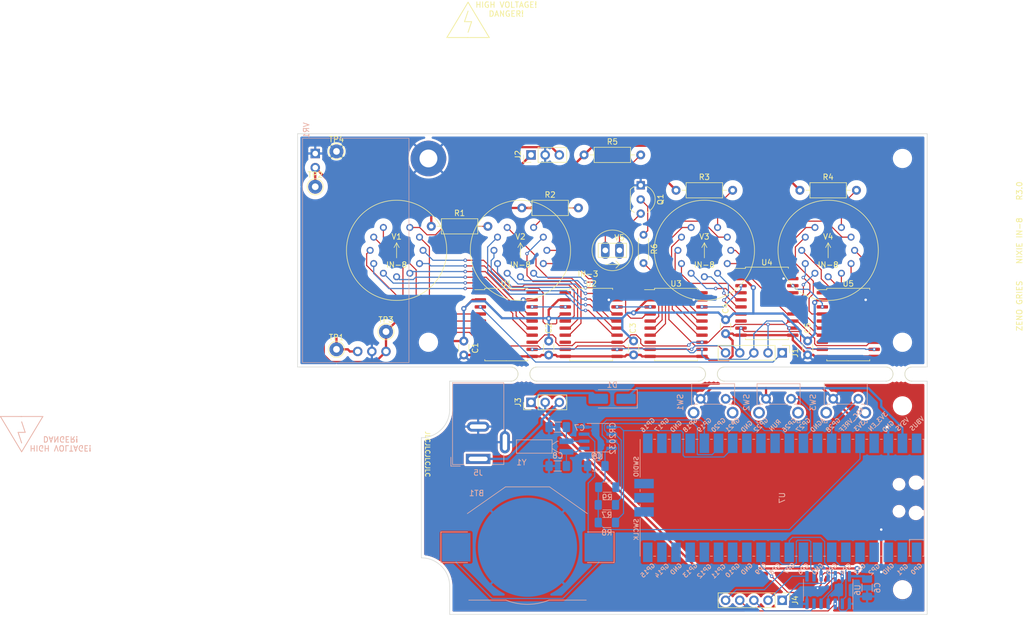
<source format=kicad_pcb>
(kicad_pcb (version 20221018) (generator pcbnew)
  (title_block (title "Nixie IN-8") (date "2023-08-27") (rev "1.0") (comment 2 "creativecommons.org") (comment 3 "Licence: CC BY 4.0") (comment 4 "Author: Zeno Gries"))
  (layers (0 "F.Cu" signal) (31 "B.Cu" signal) (34 "B.Paste" user) (35 "F.Paste" user) (36 "B.SilkS" user "B.Silkscreen") (37 "F.SilkS" user "F.Silkscreen") (38 "B.Mask" user) (39 "F.Mask" user) (44 "Edge.Cuts" user))
  (net 0 "")
  (net 1 "Net-(BT1-+)")
  (net 2 "/MCU_DATA")
  (net 3 "/12V_1")
  (net 4 "/DOT")
  (net 5 "Net-(R1-Pad2)")
  (net 6 "Net-(R2-Pad2)")
  (net 7 "Net-(R3-Pad2)")
  (net 8 "/MFP")
  (net 9 "/SDA")
  (net 10 "/SCL")
  (net 11 "/SWITCH.1")
  (net 12 "/SWITCH.2")
  (net 13 "/SWITCH.3")
  (net 14 "Net-(D1-K)")
  (net 15 "/MCU_DOT")
  (net 16 "/OE")
  (net 17 "Net-(U8-X2)")
  (net 18 "Net-(U8-X1)")
  (net 19 "Net-(J4-Pin_2)")
  (net 20 "/MCU_OE")
  (net 22 "/DATA")
  (net 23 "/CLOCK")
  (net 24 "/LATCH")
  (net 27 "GND2")
  (net 28 "GND1")
  (net 29 "/5V_1")
  (net 30 "/5V_2")
  (net 31 "Net-(Q1-B)")
  (net 32 "Net-(Q1-C)")
  (net 33 "/12V_2")
  (net 35 "/MCU_CLOCK")
  (net 36 "/MCU_LATCH")
  (net 37 "Net-(J4-Pin_3)")
  (net 38 "Net-(J4-Pin_4)")
  (net 39 "/170V")
  (net 40 "/3.3V")
  (net 41 "Net-(U1-DRAIN0)")
  (net 42 "Net-(U1-DRAIN1)")
  (net 43 "Net-(U1-DRAIN2)")
  (net 44 "Net-(U1-DRAIN3)")
  (net 46 "Net-(U1-DRAIN4)")
  (net 47 "Net-(U1-DRAIN6)")
  (net 48 "Net-(U1-DRAIN7)")
  (net 49 "Net-(U1-SEROUT)")
  (net 50 "Net-(U2-DRAIN0)")
  (net 51 "Net-(U2-DRAIN1)")
  (net 52 "Net-(U2-DRAIN2)")
  (net 53 "Net-(U2-DRAIN3)")
  (net 55 "Net-(U2-DRAIN4)")
  (net 56 "Net-(U2-DRAIN6)")
  (net 57 "Net-(U2-DRAIN7)")
  (net 58 "Net-(U2-SEROUT)")
  (net 59 "Net-(U3-DRAIN0)")
  (net 60 "Net-(U3-DRAIN1)")
  (net 61 "Net-(U3-DRAIN2)")
  (net 62 "Net-(U3-DRAIN3)")
  (net 64 "Net-(U3-DRAIN4)")
  (net 65 "Net-(U3-DRAIN6)")
  (net 66 "Net-(U3-DRAIN7)")
  (net 67 "Net-(U3-SEROUT)")
  (net 68 "Net-(U4-DRAIN0)")
  (net 69 "Net-(U4-DRAIN1)")
  (net 70 "Net-(U4-DRAIN2)")
  (net 71 "Net-(U4-DRAIN3)")
  (net 73 "Net-(U4-DRAIN4)")
  (net 74 "Net-(U4-DRAIN6)")
  (net 75 "Net-(U4-DRAIN7)")
  (net 76 "Net-(U4-SEROUT)")
  (net 77 "Net-(R4-Pad2)")
  (net 78 "Net-(R5-Pad2)")
  (net 81 "Net-(U5-DRAIN0)")
  (net 100 "Net-(U5-DRAIN1)")
  (net 101 "Net-(U5-DRAIN2)")
  (net 102 "Net-(U5-DRAIN3)")
  (net 104 "Net-(U5-DRAIN4)")
  (net 105 "Net-(U5-DRAIN6)")
  (net 106 "Net-(U5-DRAIN7)")
  (net 113 "Net-(U1-DRAIN5)")
  (net 114 "Net-(U2-DRAIN5)")
  (net 115 "Net-(U3-DRAIN5)")
  (net 116 "Net-(U4-DRAIN5)")
  (net 117 "Net-(U5-DRAIN5)")
  (net 118 "Net-(J4-Pin_1)")
  (footprint "Panelization:mouse-bite-2.54mm-slot" (layer "F.Cu") (at 186.055 88.265)
    (fp_text reference "mouse-bite-2.54mm-slot" hide)
    (fp_text value "VAL**" hide)
  )
  (footprint "Capacitor_THT:C_Disc_D3.0mm_W1.6mm_P2.50mm" (layer "F.Cu") (at 123.19 82.336 -90)
    (fp_text reference "C2")
    (fp_text value "0.1µF")
  )
  (footprint "Resistor_THT:R_Axial_DIN0207_L6.3mm_D2.5mm_P10.16mm_Horizontal" (layer "F.Cu") (at 102.108 61.722)
    (fp_text reference "R1")
    (fp_text value "8.66k")
  )
  (footprint "Resistor_THT:R_Axial_DIN0207_L6.3mm_D2.5mm_P10.16mm_Horizontal" (layer "F.Cu") (at 146.05 55.245)
    (fp_text reference "R3")
    (fp_text value "8.66k")
  )
  (footprint "TestPoint:TestPoint_THTPad_D2.5mm_Drill1.2mm" (layer "F.Cu") (at 93.98 80.645)
    (fp_text reference "TP3")
    (fp_text value "5V")
  )
  (footprint "Resistor_THT:R_Axial_DIN0207_L6.3mm_D2.5mm_P10.16mm_Horizontal" (layer "F.Cu") (at 118.364 58.42)
    (fp_text reference "R2")
    (fp_text value "8.66k")
  )
  (footprint "Package_SO:SOIC-20W_7.5x12.8mm_P1.27mm" (layer "F.Cu") (at 115.57 79.375)
    (fp_text reference "U1")
    (fp_text value "TPIC6B595")
  )
  (footprint "Package_SO:SOIC-20W_7.5x12.8mm_P1.27mm" (layer "F.Cu") (at 176.96 79.375)
    (fp_text reference "U5")
    (fp_text value "TPIC6B595")
  )
  (footprint "Package_SO:SOIC-20W_7.5x12.8mm_P1.27mm" (layer "F.Cu") (at 146.05 79.375)
    (fp_text reference "U3")
    (fp_text value "TPIC6B595")
  )
  (footprint "MountingHole:MountingHole_3.2mm_M3" (layer "F.Cu") (at 186.69 82.55)
    (fp_text reference "REF**" hide)
    (fp_text value "MountingHole_3.2mm_M3")
  )
  (footprint "Resistor_THT:R_Axial_DIN0204_L3.6mm_D1.6mm_P5.08mm_Horizontal" (layer "F.Cu") (at 140.208 63.246 -90)
    (fp_text reference "R6")
    (fp_text value "13.5k")
  )
  (footprint "Package_TO_SOT_THT:TO-92_Inline_Wide" (layer "F.Cu") (at 139.7 54.356 -90)
    (fp_text reference "Q1")
    (fp_text value "MPSA42")
  )
  (footprint "Capacitor_THT:C_Disc_D3.0mm_W1.6mm_P2.50mm" (layer "F.Cu") (at 169.672 82.316 -90)
    (fp_text reference "C5")
    (fp_text value "0.1µF")
  )
  (footprint "MountingHole:MountingHole_3.2mm_M3" (layer "F.Cu") (at 186.69 127)
    (fp_text reference "REF**" hide)
    (fp_text value "MountingHole_3.2mm_M3")
  )
  (footprint "Panelization:mouse-bite-2.54mm-slot" (layer "F.Cu") (at 118.745 88.265)
    (fp_text reference "mouse-bite-2.54mm-slot" hide)
    (fp_text value "VAL**" hide)
  )
  (footprint "Panelization:mouse-bite-2.54mm-slot" (layer "F.Cu") (at 152.4 88.265)
    (fp_text reference "mouse-bite-2.54mm-slot" hide)
    (fp_text value "VAL**" hide)
  )
  (footprint "MountingHole:MountingHole_3.2mm_M3" (layer "F.Cu") (at 186.69 49.53)
    (fp_text reference "REF**" hide)
    (fp_text value "MountingHole_3.2mm_M3")
  )
  (footprint "Nixie:IN-8" (layer "F.Cu") (at 151.13 66.04)
    (fp_text reference "V3")
    (fp_text value "IN-8")
  )
  (footprint "Package_SO:SOIC-20W_7.5x12.8mm_P1.27mm" (layer "F.Cu") (at 130.81 79.375)
    (fp_text reference "U2")
    (fp_text value "TPIC6B595")
  )
  (footprint "Connector_PinHeader_2.54mm:PinHeader_1x05_P2.54mm_Vertical" (layer "F.Cu") (at 165.1 84.455 -90)
    (fp_text reference "J1")
    (fp_text value "Conn_01x05_Pin")
  )
  (footprint "Nixie:IN-8" (layer "F.Cu") (at 95.885 66.04)
    (fp_text reference "V1")
    (fp_text value "IN-8")
  )
  (footprint "Connector_PinHeader_2.54mm:PinHeader_1x05_P2.54mm_Vertical" (layer "F.Cu") (at 165.1 128.905 -90)
    (fp_text reference "J4")
    (fp_text value "Conn_01x05_Pin")
  )
  (footprint "TestPoint:TestPoint_THTPad_D2.5mm_Drill1.2mm" (layer "F.Cu") (at 85.09 83.82)
    (fp_text reference "TP1")
    (fp_text value "170V")
  )
  (footprint "TestPoint:TestPoint_THTPad_D2.5mm_Drill1.2mm" (layer "F.Cu") (at 85.09 48.26)
    (fp_text reference "TP4")
    (fp_text value "GND")
  )
  (footprint "Nixie:INS-3" (layer "F.Cu") (at 134.62 66.04)
    (fp_text reference "V5")
    (fp_text value "IN-3")
  )
  (footprint "MountingHole:MountingHole_3.2mm_M3_Pad" (layer "F.Cu") (at 101.6 49.53)
    (fp_text reference "REF**" hide)
    (fp_text value "MountingHole_3.2mm_M3_Pad")
  )
  (footprint "MountingHole:MountingHole_3.2mm_M3" (layer "F.Cu") (at 101.6 82.55)
    (fp_text reference "REF**" hide)
    (fp_text value "MountingHole_3.2mm_M3")
  )
  (footprint "Capacitor_THT:C_Disc_D3.0mm_W1.6mm_P2.50mm" (layer "F.Cu") (at 154.94 78.506 -90)
    (fp_text reference "C4")
    (fp_text value "0.1µF")
  )
  (footprint "Capacitor_THT:C_Disc_D3.0mm_W1.6mm_P2.50mm" (layer "F.Cu") (at 138.43 82.316 -90)
    (fp_text reference "C3")
    (fp_text value "0.1µF")
  )
  (footprint "Package_SO:SOIC-20W_7.5x12.8mm_P1.27mm" (layer "F.Cu") (at 162.355 75.565)
    (fp_text reference "U4")
    (fp_text value "TPIC6B595")
  )
  (footprint "Connector_PinHeader_2.54mm:PinHeader_1x03_P2.54mm_Vertical" (layer "F.Cu") (at 120.015 48.895 90)
    (fp_text reference "J2")
    (fp_text value "Conn_01x03_Pin")
  )
  (footprint "MountingHole:MountingHole_3.2mm_M3" (layer "F.Cu") (at 186.69 93.98)
    (fp_text reference "REF**" hide)
    (fp_text value "MountingHole_3.2mm_M3")
  )
  (footprint "Nixie:IN-8" (layer "F.Cu") (at 173.355 66.04)
    (fp_text reference "V4")
    (fp_text value "IN-8")
  )
  (footprint "Resistor_THT:R_Axial_DIN0207_L6.3mm_D2.5mm_P10.16mm_Horizontal" (layer "F.Cu") (at 129.54 48.895)
    (fp_text reference "R5")
    (fp_text value "162k")
  )
  (footprint "TestPoint:TestPoint_THTPad_D2.5mm_Drill1.2mm" (layer "F.Cu") (at 81.28 54.61)
    (fp_text reference "TP2")
    (fp_text value "12V")
  )
  (footprint "Capacitor_THT:C_Disc_D3.0mm_W1.6mm_P2.50mm" (layer "F.Cu") (at 107.95 82.336 -90)
    (fp_text reference "C1")
    (fp_text value "0.1µF")
  )
  (footprint "Resistor_THT:R_Axial_DIN0207_L6.3mm_D2.5mm_P10.16mm_Horizontal" (layer "F.Cu") (at 168.275 55.245)
    (fp_text reference "R4")
    (fp_text value "8.66k")
  )
  (footprint "Connector_PinHeader_2.54mm:PinHeader_1x03_P2.54mm_Vertical" (layer "F.Cu") (at 120.015 93.345 90)
    (fp_text reference "J3")
    (fp_text value "Conn_01x03_Pin")
  )
  (footprint "Nixie:IN-8" (layer "F.Cu") (at 118.11 66.04)
    (fp_text reference "V2")
    (fp_text value "IN-8")
  )
  (footprint "Capacitor_SMD:C_1206_3216Metric_Pad1.33x1.80mm_HandSolder" (layer "B.Cu") (at 124.8025 104.775 180)
    (fp_text reference "C8")
    (fp_text value "6pF")
  )
  (footprint "Package_SO:SO-14_3.9x8.65mm_P1.27mm" (layer "B.Cu") (at 173.355 127.065 90)
    (fp_text reference "U6")
    (fp_text value "SN74AHCT125")
  )
  (footprint "MCU_RaspberryPi_and_Boards:RPi_Pico_SMD" (layer "B.Cu") (at 165.1 110.49 90)
    (fp_text reference "U7")
    (fp_text value "Pico")
  )
  (footprint "Connector_BarrelJack:BarrelJack_Wuerth_6941xx301002" (layer "B.Cu") (at 110.525 103.505)
    (fp_text reference "J5")
    (fp_text value "Barrel_Jack_Switch")
  )
  (footprint "Capacitor_SMD:C_1206_3216Metric_Pad1.33x1.80mm_HandSolder" (layer "B.Cu") (at 124.8025 97.79 180)
    (fp_text reference "C7")
    (fp_text value "6pF")
  )
  (footprint "Nixie:NIXIE-PSU-2" (layer "B.Cu") (at 87.94 65.416 -90)
    (fp_text reference "VR1")
    (fp_text value "NIXIE PSU")
  )
  (footprint "Capacitor_SMD:C_1206_3216Metric_Pad1.33x1.80mm_HandSolder" (layer "B.Cu") (at 131.7375 104.775 180)
    (fp_text reference "C9")
    (fp_text value "0.1µF")
  )
  (footprint "Resistor_SMD:R_1206_3216Metric_Pad1.30x1.75mm_HandSolder" (layer "B.Cu") (at 133.63 111.76)
    (fp_text reference "R7")
    (fp_text value "10k")
  )
  (footprint "Resistor_SMD:R_1206_3216Metric_Pad1.30x1.75mm_HandSolder" (layer "B.Cu") (at 133.63 114.935)
    (fp_text reference "R8")
    (fp_text value "10k")
  )
  (footprint "Capacitor_SMD:C_1206_3216Metric_Pad1.33x1.80mm_HandSolder" (layer "B.Cu") (at 180.34 126.6575 90)
    (fp_text reference "C6")
    (fp_text value "0.1µF")
  )
  (footprint "Nixie:Crystal_DS26_D2.0mm_L6.0mm_Horizontal_SMT" (layer "B.Cu") (at 125.603 102.235 90)
    (fp_text reference "Y1")
    (fp_text value "32.768kHz")
  )
  (footprint "Button_Switch_THT:SW_Tactile_SPST_Angled_PTS645Vx83-2LFS" (layer "B.Cu") (at 166.7 92.71 180)
    (fp_text reference "SW2")
    (fp_text value "SW_SPST")
  )
  (footprint "Diode_SMD:D_SMA_Handsoldering" (layer "B.Cu") (at 134.58 92.71 180)
    (fp_text reference "D1")
    (fp_text value "D")
  )
  (footprint "Battery:BatteryHolder_Keystone_3002_1x2032" (layer "B.Cu") (at 119.38 119.38)
    (fp_text reference "BT1")
    (fp_text value "CR2032")
  )
  (footprint "Button_Switch_THT:SW_Tactile_SPST_Angled_PTS645Vx83-2LFS" (layer "B.Cu") (at 178.765 92.71 180)
    (fp_text reference "SW3")
    (fp_text value "SW_SPST")
  )
  (footprint "Resistor_SMD:R_1206_3216Metric_Pad1.30x1.75mm_HandSolder" (layer "B.Cu") (at 133.705 108.585)
    (fp_text reference "R9")
    (fp_text value "10k")
  )
  (footprint "Button_Switch_THT:SW_Tactile_SPST_Angled_PTS645Vx83-2LFS" (layer "B.Cu") (at 154.96 92.71 180)
    (fp_text reference "SW1")
    (fp_text value "SW_SPST")
  )
  (footprint "Package_SO:SOIC-8_3.9x4.9mm_P1.27mm" (layer "B.Cu") (at 132.015 99.695)
    (fp_text reference "U8")
    (fp_text value "MCP7940N-xP")
  )
  (gr_line (start 27.94 98.7425) (end 28.575 100.6475) (stroke (width 0.1524)) (layer "B.SilkS"))
  (gr_line (start 28.575 102.235) (end 24.765 95.885) (stroke (width 0.1524)) (layer "B.SilkS"))
  (gr_line (start 29.21 98.7425) (end 27.94 98.7425) (stroke (width 0.1524)) (layer "B.SilkS"))
  (gr_line (start 28.575 96.8375) (end 29.21 98.7425) (stroke (width 0.1524)) (layer "B.SilkS"))
  (gr_line (start 24.765 95.885) (end 28.575 95.885) (stroke (width 0.1524)) (layer "B.SilkS"))
  (gr_line (start 28.448 95.885) (end 32.385 95.885) (stroke (width 0.1524)) (layer "B.SilkS"))
  (gr_line (start 32.385 95.885) (end 28.575 102.235) (stroke (width 0.1524)) (layer "B.SilkS"))
  (gr_line (start 104.902 27.813) (end 108.712 21.463) (stroke (width 0.1524)) (layer "F.SilkS"))
  (gr_line (start 108.077 24.9555) (end 109.347 24.9555) (stroke (width 0.1524)) (layer "F.SilkS"))
  (gr_line (start 112.522 27.813) (end 108.585 27.813) (stroke (width 0.1524)) (layer "F.SilkS"))
  (gr_line (start 108.712 21.463) (end 112.522 27.813) (stroke (width 0.1524)) (layer "F.SilkS"))
  (gr_line (start 108.712 23.0505) (end 108.077 24.9555) (stroke (width 0.1524)) (layer "F.SilkS"))
  (gr_line (start 108.712 27.813) (end 104.902 27.813) (stroke (width 0.1524)) (layer "F.SilkS"))
  (gr_line (start 109.347 24.9555) (end 108.712 26.8605) (stroke (width 0.1524)) (layer "F.SilkS"))
  (gr_line (start 116.4082 89.535) (end 105.41 89.535) (stroke (width 0.1)) (layer "Edge.Cuts"))
  (gr_line (start 78.105 45.085) (end 78.105 86.995) (stroke (width 0.1)) (layer "Edge.Cuts"))
  (gr_line (start 191.135 89.535) (end 188.3918 89.535) (stroke (width 0.1)) (layer "Edge.Cuts"))
  (gr_line (start 121.0818 86.995) (end 150.0632 86.995) (stroke (width 0.1)) (layer "Edge.Cuts"))
  (gr_line (start 100.33 99.695) (end 100.33 121.285) (stroke (width 0.1)) (layer "Edge.Cuts"))
  (gr_line (start 191.135 86.995) (end 191.135 45.085) (stroke (width 0.1)) (layer "Edge.Cuts"))
  (gr_line (start 105.41 89.535) (end 105.41 94.615) (stroke (width 0.1)) (layer "Edge.Cuts"))
  (gr_line (start 154.7368 86.995) (end 183.7182 86.995) (stroke (width 0.1)) (layer "Edge.Cuts"))
  (gr_arc (start 183.7182 86.995) (mid 184.9882 88.265) (end 183.7182 89.535) (stroke (width 0.1)) (layer "Edge.Cuts"))
  (gr_line (start 183.7182 89.535) (end 154.7368 89.535) (stroke (width 0.1)) (layer "Edge.Cuts"))
  (gr_arc (start 188.3918 89.535) (mid 187.1218 88.265) (end 188.3918 86.995) (stroke (width 0.1)) (layer "Edge.Cuts"))
  (gr_arc (start 150.0632 86.995) (mid 151.3332 88.265) (end 150.0632 89.535) (stroke (width 0.1)) (layer "Edge.Cuts"))
  (gr_line (start 150.0632 89.535) (end 121.0818 89.535) (stroke (width 0.1)) (layer "Edge.Cuts"))
  (gr_arc (start 105.41 94.615) (mid 103.922102 98.207102) (end 100.33 99.695) (stroke (width 0.1)) (layer "Edge.Cuts"))
  (gr_line (start 105.41 131.445) (end 105.41 126.365) (stroke (width 0.1)) (layer "Edge.Cuts"))
  (gr_line (start 78.105 86.995) (end 116.4082 86.995) (stroke (width 0.1)) (layer "Edge.Cuts"))
  (gr_line (start 191.135 131.445) (end 191.135 89.535) (stroke (width 0.1)) (layer "Edge.Cuts"))
  (gr_line (start 188.3918 86.995) (end 191.135 86.995) (stroke (width 0.1)) (layer "Edge.Cuts"))
  (gr_arc (start 154.7368 89.535) (mid 153.4668 88.265) (end 154.7368 86.995) (stroke (width 0.1)) (layer "Edge.Cuts"))
  (gr_line (start 105.41 131.445) (end 191.135 131.445) (stroke (width 0.1)) (layer "Edge.Cuts"))
  (gr_arc (start 116.4082 86.995) (mid 117.6782 88.265) (end 116.4082 89.535) (stroke (width 0.1)) (layer "Edge.Cuts"))
  (gr_arc (start 100.33 121.285) (mid 103.922102 122.772898) (end 105.41 126.365) (stroke (width 0.1)) (layer "Edge.Cuts"))
  (gr_line (start 191.135 45.085) (end 78.105 45.085) (stroke (width 0.1)) (layer "Edge.Cuts"))
  (gr_arc (start 121.0818 89.535) (mid 119.8118 88.265) (end 121.0818 86.995) (stroke (width 0.1)) (layer "Edge.Cuts"))
  (gr_text "HIGH VOLTAGE!\nDANGER!" (at 35.56 99.3775 180) (layer "B.SilkS") (effects (font (size 1 1) (thickness 0.1524)) (justify bottom mirror)))
  (gr_text "NIXIE IN-8" (at 208.28 68.58 90) (layer "F.SilkS") (effects (font (size 1 1) (thickness 0.1524)) (justify left bottom)))
  (gr_text "R3.0" (at 208.28 57.15 90) (layer "F.SilkS") (effects (font (size 1 1) (thickness 0.1524)) (justify left bottom)))
  (gr_text "HIGH VOLTAGE!\nDANGER!" (at 115.57 24.13) (layer "F.SilkS") (effects (font (size 1 1) (thickness 0.1524)) (justify bottom)))
  (gr_text "ZENO GRIES" (at 208.28 80.645 90) (layer "F.SilkS") (effects (font (size 1 1) (thickness 0.1524)) (justify left bottom)))
  (gr_text "JLCJLCJLCJLC" (at 100.965 98.425 -90) (layer "F.SilkS") (effects (font (size 0.8 0.8) (thickness 0.1524) bold) (justify left bottom)))
  (segment (start 129.54 99.06) (end 130.125 99.06) (width 0.2032) (layer "B.Cu") (net 1))
  (segment (start 106.58 119.38) (end 106.58 122.1332) (width 0.2032) (layer "B.Cu") (net 1))
  (segment (start 106.58 122.1332) (end 113.0316 128.5848) (width 0.2032) (layer "B.Cu") (net 1))
  (segment (start 130.275 117.475) (end 132.18 119.38) (width 0.2032) (layer "B.Cu") (net 1))
  (segment (start 125.7284 128.5848) (end 132.18 122.1332) (width 0.2032) (layer "B.Cu") (net 1))
  (segment (start 132.18 122.1332) (end 132.18 119.38) (width 0.2032) (layer "B.Cu") (net 1))
  (segment (start 131.445 100.38) (end 131.445 106.68) (width 0.2032) (layer "B.Cu") (net 1))
  (segment (start 130.275 107.85) (end 130.275 117.475) (width 0.2032) (layer "B.Cu") (net 1))
  (segment (start 113.0316 128.5848) (end 125.7284 128.5848) (width 0.2032) (layer "B.Cu") (net 1))
  (segment (start 131.445 106.68) (end 130.275 107.85) (width 0.2032) (layer "B.Cu") (net 1))
  (segment (start 130.125 99.06) (end 131.445 100.38) (width 0.2032) (layer "B.Cu") (net 1))
  (segment (start 163.195 124.589782) (end 166.113218 127.508) (width 0.2032) (layer "F.Cu") (net 2))
  (segment (start 166.113218 127.508) (end 171.707 127.508) (width 0.2032) (layer "F.Cu") (net 2))
  (segment (start 171.707 127.508) (end 174.625 124.59) (width 0.2032) (layer "F.Cu") (net 2))
  (via (at 174.625 124.59) (size 0.6096) (drill 0.3048) (layers "F.Cu" "B.Cu") (net 2))
  (via (at 163.195 124.589782) (size 0.6096) (drill 0.3048) (layers "F.Cu" "B.Cu") (net 2))
  (segment (start 163.195 124.589782) (end 161.29 122.684782) (width 0.2032) (layer "B.Cu") (net 2))
  (segment (start 161.29 122.684782) (end 161.29 119.38) (width 0.2032) (layer "B.Cu") (net 2))
  (segment (start 114.3 47.498) (end 123.698 47.498) (width 0.4064) (layer "F.Cu") (net 3))
  (segment (start 104.648 53.594) (end 106.934 51.308) (width 0.4064) (layer "F.Cu") (net 3))
  (segment (start 106.934 51.308) (end 110.49 51.308) (width 0.4064) (layer "F.Cu") (net 3))
  (segment (start 110.49 51.308) (end 114.3 47.498) (width 0.4064) (layer "F.Cu") (net 3))
  (segment (start 81.28 54.61) (end 81.28 51.181) (width 0.4064) (layer "F.Cu") (net 3))
  (segment (start 123.698 47.498) (end 125.095 48.895) (width 0.4064) (layer "F.Cu") (net 3))
  (segment (start 81.28 51.181) (end 83.693 53.594) (width 0.4064) (layer "F.Cu") (net 3))
  (segment (start 83.693 53.594) (end 104.648 53.594) (width 0.4064) (layer "F.Cu") (net 3))
  (segment (start 149.5092 83.2152) (end 144.7618 78.4678) (width 0.2032) (layer "F.Cu") (net 4))
  (segment (start 154.94 84.455) (end 153.7002 83.2152) (width 0.2032) (layer "F.Cu") (net 4))
  (segment (start 141.799845 69.917845) (end 140.208 68.326) (width 0.2032) (layer "F.Cu") (net 4))
  (segment (start 153.7002 83.2152) (end 149.5092 83.2152) (width 0.2032) (layer "F.Cu") (net 4))
  (segment (start 142.199711 69.917845) (end 141.799845 69.917845) (width 0.2032) (layer "F.Cu") (net 4))
  (segment (start 144.7618 78.4678) (end 144.7618 72.479933) (width 0.2032) (layer "F.Cu") (net 4))
  (segment (start 144.7618 72.479933) (end 142.199711 69.917845) (width 0.2032) (layer "F.Cu") (net 4))
  (segment (start 102.87 63.246) (end 104.394 61.722) (width 0.2032) (layer "F.Cu") (net 5))
  (segment (start 98.26 61.93) (end 100.03 61.93) (width 0.2032) (layer "F.Cu") (net 5))
  (segment (start 100.03 61.93) (end 101.346 63.246) (width 0.2032) (layer "F.Cu") (net 5))
  (segment (start 104.394 61.722) (end 112.268 61.722) (width 0.2032) (layer "F.Cu") (net 5))
  (segment (start 101.346 63.246) (end 102.87 63.246) (width 0.2032) (layer "F.Cu") (net 5))
  (segment (start 120.485 61.887) (end 123.952 58.42) (width 0.2032) (layer "F.Cu") (net 6))
  (segment (start 120.485 61.93) (end 120.485 61.887) (width 0.2032) (layer "F.Cu") (net 6))
  (segment (start 123.952 58.42) (end 128.524 58.42) (width 0.2032) (layer "F.Cu") (net 6))
  (segment (start 153.505 61.93) (end 153.505 57.95) (width 0.2032) (layer "F.Cu") (net 7))
  (segment (start 153.505 57.95) (end 156.21 55.245) (width 0.2032) (layer "F.Cu") (net 7))
  (segment (start 150.495 96.52) (end 151.13 97.155) (width 0.2032) (layer "B.Cu") (net 8))
  (segment (start 149.795977 96.52) (end 150.495 96.52) (width 0.2032) (layer "B.Cu") (net 8))
  (segment (start 148.604023 96.52) (end 148.638823 96.5548) (width 0.2032) (layer "B.Cu") (net 8))
  (segment (start 135.255 108.585) (end 135.7698 108.0702) (width 0.2032) (layer "B.Cu") (net 8))
  (segment (start 135.7698 108.0702) (end 135.7698 100.962835) (width 0.2032) (layer "B.Cu") (net 8))
  (segment (start 151.13 97.155) (end 151.13 101.6) (width 0.2032) (layer "B.Cu") (net 8))
  (segment (start 148.638823 96.5548) (end 149.761177 96.5548) (width 0.2032) (layer "B.Cu") (net 8))
  (segment (start 132.8038 97.28328) (end 133.56708 96.52) (width 0.2032) (layer "B.Cu") (net 8))
  (segment (start 133.911408 100.33) (end 132.8038 99.222392) (width 0.2032) (layer "B.Cu") (net 8))
  (segment (start 133.56708 96.52) (end 148.604023 96.52) (width 0.2032) (layer "B.Cu") (net 8))
  (segment (start 135.7698 100.962835) (end 135.136965 100.33) (width 0.2032) (layer "B.Cu") (net 8))
  (segment (start 149.761177 96.5548) (end 149.795977 96.52) (width 0.2032) (layer "B.Cu") (net 8))
  (segment (start 134.49 100.33) (end 133.911408 100.33) (width 0.2032) (layer "B.Cu") (net 8))
  (segment (start 132.8038 99.222392) (end 132.8038 97.28328) (width 0.2032) (layer "B.Cu") (net 8))
  (segment (start 135.136965 100.33) (end 134.49 100.33) (width 0.2032) (layer "B.Cu") (net 8))
  (segment (start 146.9846 98.425) (end 147.32 98.7604) (width 0.2032) (layer "B.Cu") (net 9))
  (segment (start 147.6112 103.1612) (end 154.6488 103.1612) (width 0.2032) (layer "B.Cu") (net 9))
  (segment (start 147.32 102.87) (end 147.6112 103.1612) (width 0.2032) (layer "B.Cu") (net 9))
  (segment (start 154.6488 103.1612) (end 156.21 101.6) (width 0.2032) (layer "B.Cu") (net 9))
  (segment (start 136.6162 98.425) (end 136.6162 113.300304) (width 0.2032) (layer "B.Cu") (net 9))
  (segment (start 134.49 97.79) (end 135.9812 97.79) (width 0.2032) (layer "B.Cu") (net 9))
  (segment (start 147.32 98.7604) (end 147.32 102.87) (width 0.2032) (layer "B.Cu") (net 9))
  (segment (start 135.9812 97.79) (end 136.6162 98.425) (width 0.2032) (layer "B.Cu") (net 9))
  (segment (start 135.18 114.736504) (end 135.18 114.935) (width 0.2032) (layer "B.Cu") (net 9))
  (segment (start 136.6162 98.425) (end 146.9846 98.425) (width 0.2032) (layer "B.Cu") (net 9))
  (segment (start 136.6162 113.300304) (end 135.18 114.736504) (width 0.2032) (layer "B.Cu") (net 9))
  (segment (start 135.18 111.534402) (end 135.18 111.76) (width 0.2032) (layer "B.Cu") (net 10))
  (segment (start 149.225 97.155) (end 149.86 97.79) (width 0.2032) (layer "B.Cu") (net 10))
  (segment (start 152.5152 102.7548) (end 153.67 101.6) (width 0.2032) (layer "B.Cu") (net 10))
  (segment (start 133.911408 99.06) (end 133.2102 98.358792) (width 0.2032) (layer "B.Cu") (net 10))
  (segment (start 136.2098 100.1418) (end 136.2098 110.504602) (width 0.2032) (layer "B.Cu") (net 10))
  (segment (start 133.2102 97.451616) (end 133.506816 97.155) (width 0.2032) (layer "B.Cu") (net 10))
  (segment (start 149.86 97.79) (end 149.86 102.6396) (width 0.2032) (layer "B.Cu") (net 10))
  (segment (start 133.2102 98.358792) (end 133.2102 97.451616) (width 0.2032) (layer "B.Cu") (net 10))
  (segment (start 149.9752 102.7548) (end 152.5152 102.7548) (width 0.2032) (layer "B.Cu") (net 10))
  (segment (start 133.506816 97.155) (end 149.225 97.155) (width 0.2032) (layer "B.Cu") (net 10))
  (segment (start 134.49 99.06) (end 135.128 99.06) (width 0.2032) (layer "B.Cu") (net 10))
  (segment (start 135.128 99.06) (end 136.2098 100.1418) (width 0.2032) (layer "B.Cu") (net 10))
  (segment (start 149.86 102.6396) (end 149.9752 102.7548) (width 0.2032) (layer "B.Cu") (net 10))
  (segment (start 134.49 99.06) (end 133.911408 99.06) (width 0.2032) (layer "B.Cu") (net 10))
  (segment (start 136.2098 110.504602) (end 135.18 111.534402) (width 0.2032) (layer "B.Cu") (net 10))
  (segment (start 165.040502 98.425) (end 166.37 99.754498) (width 0.2032) (layer "B.Cu") (net 11))
  (segment (start 156.197436 92.71) (end 161.912436 98.425) (width 0.2032) (layer "B.Cu") (net 11))
  (segment (start 161.912436 98.425) (end 165.040502 98.425) (width 0.2032) (layer "B.Cu") (net 11))
  (segment (start 154.96 92.71) (end 156.197436 92.71) (width 0.2032) (layer "B.Cu") (net 11))
  (segment (start 166.37 99.754498) (end 166.37 101.6) (width 0.2032) (layer "B.Cu") (net 11))
  (segment (start 169.545 99.147772) (end 169.545 100.965) (width 0.2032) (layer "B.Cu") (net 12))
  (segment (start 170.18 94.952564) (end 170.18 98.512772) (width 0.2032) (layer "B.Cu") (net 12))
  (segment (start 169.545 100.965) (end 168.91 101.6) (width 0.2032) (layer "B.Cu") (net 12))
  (segment (start 167.937436 92.71) (end 170.18 94.952564) (width 0.2032) (layer "B.Cu") (net 12))
  (segment (start 170.18 98.512772) (end 169.545 99.147772) (width 0.2032) (layer "B.Cu") (net 12))
  (segment (start 166.7 92.71) (end 167.937436 92.71) (width 0.2032) (layer "B.Cu") (net 12))
  (segment (start 173.99 97.485) (end 173.99 101.6) (width 0.2032) (layer "B.Cu") (net 13))
  (segment (start 178.765 92.71) (end 173.99 97.485) (width 0.2032) (layer "B.Cu") (net 13))
  (segment (start 182.88 93.100326) (end 182.88 94.1122) (width 0.4064) (layer "B.Cu") (net 14))
  (segment (start 180.584674 90.805) (end 182.88 93.100326) (width 0.4064) (layer "B.Cu") (net 14))
  (segment (start 138.985 90.805) (end 180.584674 90.805) (width 0.4064) (layer "B.Cu") (net 14))
  (segment (start 182.88 94.1122) (end 186.69 97.9222) (width 0.4064) (layer "B.Cu") (net 14))
  (segment (start 186.69 97.9222) (end 186.69 101.6) (width 0.4064) (layer "B.Cu") (net 14))
  (segment (start 137.08 92.71) (end 138.985 90.805) (width 0.4064) (layer "B.Cu") (net 14))
  (segment (start 168.91 122.174) (end 168.91 119.38) (width 0.2032) (layer "B.Cu") (net 15))
  (segment (start 154.94 128.905) (end 156.845 127) (width 0.2032) (layer "B.Cu") (net 15))
  (segment (start 161.925 127) (end 165.989 122.936) (width 0.2032) (layer "B.Cu") (net 15))
  (segment (start 168.148 122.936) (end 168.91 122.174) (width 0.2032) (layer "B.Cu") (net 15))
  (segment (start 156.845 127) (end 161.925 127) (width 0.2032) (layer "B.Cu") (net 15))
  (segment (start 165.989 122.936) (end 168.148 122.936) (width 0.2032) (layer "B.Cu") (net 15))
  (segment (start 155.2396 128.905) (end 154.94 128.905) (width 0.2032) (layer "B.Cu") (net 15))
  (segment (start 137.003788 83.566) (end 139.954 83.566) (width 0.2032) (layer "F.Cu") (net 16))
  (segment (start 139.954 83.566) (end 140.208 83.82) (width 0.2032) (layer "F.Cu") (net 16))
  (segment (start 112.1988 83.2152) (end 121.3152 83.2152) (width 0.2032) (layer "F.Cu") (net 16))
  (segment (start 126.16 83.82) (end 127.762 83.82) (width 0.2032) (layer "F.Cu") (net 16))
  (segment (start 168.402 80.8688) (end 168.402 82.608424) (width 0.2032) (layer "F.Cu") (net 16))
  (segment (start 128.3668 83.2152) (end 136.652988 83.2152) (width 0.2032) (layer "F.Cu") (net 16))
  (segment (start 121.3152 83.2152) (end 121.8312 83.7312) (width 0.2032) (layer "F.Cu") (net 16))
  (segment (start 170.434 83.82) (end 172.31 83.82) (width 0.2032) (layer "F.Cu") (net 16))
  (segment (start 121.8312 83.7312) (end 126.0712 83.7312) (width 0.2032) (layer "F.Cu") (net 16))
  (segment (start 136.652988 83.2152) (end 137.003788 83.566) (width 0.2032) (layer "F.Cu") (net 16))
  (segment (start 169.341049 83.547473) (end 170.161473 83.547473) (width 0.2032) (layer "F.Cu") (net 16))
  (segment (start 126.0712 83.7312) (end 126.16 83.82) (width 0.2032) (layer "F.Cu") (net 16))
  (segment (start 127.762 83.82) (end 128.3668 83.2152) (width 0.2032) (layer "F.Cu") (net 16))
  (segment (start 168.402 82.608424) (end 169.341049 83.547473) (width 0.2032) (layer "F.Cu") (net 16))
  (segment (start 140.208 83.82) (end 141.4 83.82) (width 0.2032) (layer "F.Cu") (net 16))
  (segment (start 111.594 83.82) (end 112.1988 83.2152) (width 0.2032) (layer "F.Cu") (net 16))
  (segment (start 168.148 80.6148) (end 168.402 80.8688) (width 0.2032) (layer "F.Cu") (net 16))
  (segment (start 141.4 83.82) (end 148.844 83.82) (width 0.2032) (layer "F.Cu") (net 16))
  (segment (start 170.161473 83.547473) (end 170.434 83.82) (width 0.2032) (layer "F.Cu") (net 16))
  (segment (start 158.3098 80.6148) (end 168.148 80.6148) (width 0.2032) (layer "F.Cu") (net 16))
  (segment (start 157.705 80.01) (end 158.3098 80.6148) (width 0.2032) (layer "F.Cu") (net 16))
  (segment (start 110.92 83.82) (end 111.594 83.82) (width 0.2032) (layer "F.Cu") (net 16))
  (via (at 148.844 83.82) (size 0.6096) (drill 0.3048) (layers "F.Cu" "B.Cu") (net 16))
  (via (at 157.705 80.01) (size 0.6096) (drill 0.3048) (layers "F.Cu" "B.Cu") (net 16))
  (segment (start 157.48 84.455) (end 157.48 80.235) (width 0.2032) (layer "B.Cu") (net 16))
  (segment (start 156.1846 83.1596) (end 157.48 84.455) (width 0.2032) (layer "B.Cu") (net 16))
  (segment (start 149.5044 83.1596) (end 156.1846 83.1596) (width 0.2032) (layer "B.Cu") (net 16))
  (segment (start 148.844 83.82) (end 149.5044 83.1596) (width 0.2032) (layer "B.Cu") (net 16))
  (segment (start 157.48 80.235) (end 157.705 80.01) (width 0.2032) (layer "B.Cu") (net 16))
  (segment (start 126.365 100.33) (end 126.365 97.79) (width 0.2032) (layer "B.Cu") (net 17))
  (segment (start 129.54 100.33) (end 126.365 100.33) (width 0.2032) (layer "B.Cu") (net 17))
  (segment (start 128.22 102.235) (end 126.365 102.235) (width 0.2032) (layer "B.Cu") (net 18))
  (segment (start 128.855 101.6) (end 128.22 102.235) (width 0.2032) (layer "B.Cu") (net 18))
  (segment (start 129.54 101.6) (end 128.855 101.6) (width 0.2032) (layer "B.Cu") (net 18))
  (segment (start 126.365 102.235) (end 126.365 104.775) (width 0.2032) (layer "B.Cu") (net 18))
  (segment (start 166.875 124.59) (end 169.545 124.59) (width 0.2032) (layer "B.Cu") (net 19))
  (segment (start 162.56 128.905) (end 166.875 124.59) (width 0.2032) (layer "B.Cu") (net 19))
  (segment (start 176.53 128.27) (end 176.53 122.978616) (width 0.2032) (layer "B.Cu") (net 20))
  (segment (start 176.233384 122.682) (end 175.514 122.682) (width 0.2032) (layer "B.Cu") (net 20))
  (segment (start 173.99 121.158) (end 173.99 119.38) (width 0.2032) (layer "B.Cu") (net 20))
  (segment (start 175.895 129.54) (end 175.895 128.905) (width 0.2032) (layer "B.Cu") (net 20))
  (segment (start 175.514 122.682) (end 173.99 121.158) (width 0.2032) (layer "B.Cu") (net 20))
  (segment (start 176.53 122.978616) (end 176.233384 122.682) (width 0.2032) (layer "B.Cu") (net 20))
  (segment (start 175.895 128.905) (end 176.53 128.27) (width 0.2032) (layer "B.Cu") (net 20))
  (via (at 110.92 76.2) (size 0.6096) (drill 0.3048) (layers "F.Cu" "B.Cu") (net 22))
  (segment (start 165.1 84.455) (end 163.449 86.106) (width 0.2032) (layer "B.Cu") (net 22))
  (segment (start 163.449 86.106) (end 120.826 86.106) (width 0.2032) (layer "B.Cu") (net 22))
  (segment (start 120.826 86.106) (end 110.92 76.2) (width 0.2032) (layer "B.Cu") (net 22))
  (segment (start 139.7 82.023576) (end 139.7 82.737264) (width 0.2032) (layer "F.Cu") (net 23))
  (segment (start 170.927 81.852553) (end 170.927 82.835184) (width 0.2032) (layer "F.Cu") (net 23))
  (segment (start 124.46 81.788) (end 124.46 82.55) (width 0.2032) (layer "F.Cu") (net 23))
  (segment (start 127.4112 83.1548) (end 128.016 82.55) (width 0.2032) (layer "F.Cu") (net 23))
  (segment (start 167.005 78.74) (end 167.814447 78.74) (width 0.2032) (layer "F.Cu") (net 23))
  (segment (start 180.2432 83.1548) (end 180.848 82.55) (width 0.2032) (layer "F.Cu") (net 23))
  (segment (start 148.1788 83.2152) (end 148.336 83.058) (width 0.2032) (layer "F.Cu") (net 23))
  (segment (start 138.887624 81.2112) (end 139.7 82.023576) (width 0.2032) (layer "F.Cu") (net 23))
  (segment (start 122.477194 81.2312) (end 123.9032 81.2312) (width 0.2032) (layer "F.Cu") (net 23))
  (segment (start 167.814447 78.74) (end 170.927 81.852553) (width 0.2032) (layer "F.Cu") (net 23))
  (segment (start 128.016 82.55) (end 135.46 82.55) (width 0.2032) (layer "F.Cu") (net 23))
  (segment (start 120.22 82.55) (end 121.158394 82.55) (width 0.2032) (layer "F.Cu") (net 23))
  (segment (start 125.0648 83.1548) (end 127.4112 83.1548) (width 0.2032) (layer "F.Cu") (net 23))
  (segment (start 170.927 82.835184) (end 171.246616 83.1548) (width 0.2032) (layer "F.Cu") (net 23))
  (segment (start 156.702016 79.3448) (end 162.56 79.3448) (width 0.2032) (layer "F.Cu") (net 23))
  (segment (start 136.633576 82.55) (end 137.972376 81.2112) (width 0.2032) (layer "F.Cu") (net 23))
  (segment (start 165.7017 79.3448) (end 166.3065 78.74) (width 0.2032) (layer "F.Cu") (net 23))
  (segment (start 121.158394 82.55) (end 122.477194 81.2312) (width 0.2032) (layer "F.Cu") (net 23))
  (segment (start 156.290816 79.756) (end 156.702016 79.3448) (width 0.2032) (layer "F.Cu") (net 23))
  (segment (start 124.46 82.55) (end 125.0648 83.1548) (width 0.2032) (layer "F.Cu") (net 23))
  (segment (start 140.177936 83.2152) (end 148.1788 83.2152) (width 0.2032) (layer "F.Cu") (net 23))
  (segment (start 166.3065 78.74) (end 167.005 78.74) (width 0.2032) (layer "F.Cu") (net 23))
  (segment (start 151.833576 82.55) (end 154.627576 79.756) (width 0.2032) (layer "F.Cu") (net 23))
  (segment (start 139.7 82.737264) (end 140.177936 83.2152) (width 0.2032) (layer "F.Cu") (net 23))
  (segment (start 123.9032 81.2312) (end 124.46 81.788) (width 0.2032) (layer "F.Cu") (net 23))
  (segment (start 137.972376 81.2112) (end 138.887624 81.2112) (width 0.2032) (layer "F.Cu") (net 23))
  (segment (start 135.46 82.55) (end 136.633576 82.55) (width 0.2032) (layer "F.Cu") (net 23))
  (segment (start 150.7 82.55) (end 151.833576 82.55) (width 0.2032) (layer "F.Cu") (net 23))
  (segment (start 171.246616 83.1548) (end 180.2432 83.1548) (width 0.2032) (layer "F.Cu") (net 23))
  (segment (start 154.627576 79.756) (end 156.290816 79.756) (width 0.2032) (layer "F.Cu") (net 23))
  (segment (start 180.848 82.55) (end 181.61 82.55) (width 0.2032) (layer "F.Cu") (net 23))
  (segment (start 162.56 79.3448) (end 165.7017 79.3448) (width 0.2032) (layer "F.Cu") (net 23))
  (via (at 162.56 79.3448) (size 0.6096) (drill 0.3048) (layers "F.Cu" "B.Cu") (net 23))
  (via (at 150.7 82.55) (size 0.6096) (drill 0.3048) (layers "F.Cu" "B.Cu") (net 23))
  (via (at 148.336 83.058) (size 0.6096) (drill 0.3048) (layers "F.Cu" "B.Cu") (net 23))
  (segment (start 148.336 83.058) (end 148.844 82.55) (width 0.2032) (layer "B.Cu") (net 23))
  (segment (start 148.844 82.55) (end 150.7 82.55) (width 0.2032) (layer "B.Cu") (net 23))
  (segment (start 162.56 84.455) (end 162.56 79.3448) (width 0.2032) (layer "B.Cu") (net 23))
  (segment (start 120.2351 83.8243) (end 120.2243 83.8243) (width 0.2032) (layer "F.Cu") (net 24))
  (segment (start 120.2243 83.8243) (end 120.22 83.82) (width 0.2032) (layer "F.Cu") (net 24))
  (via (at 135.46 83.8243) (size 0.6096) (drill 0.3048) (layers "F.Cu" "B.Cu") (net 24))
  (via (at 120.2351 83.8243) (size 0.6096) (drill 0.3048) (layers "F.Cu" "B.Cu") (net 24))
  (via (at 150.7 83.8243) (size 0.6096) (drill 0.3048) (layers "F.Cu" "B.Cu") (net 24))
  (via (at 181.61 83.82) (size 0.6096) (drill 0.3048) (layers "F.Cu" "B.Cu") (net 24))
  (via (at 166.377235 80.0057) (size 0.6096) (drill 0.3048) (layers "F.Cu" "B.Cu") (net 24))
  (segment (start 147.873095 83.7112) (end 135.5731 83.7112) (width 0.2032) (layer "B.Cu") (net 24))
  (segment (start 160.02 81.022695) (end 162.307495 78.7352) (width 0.2032) (layer "B.Cu") (net 24))
  (segment (start 160.02 84.455) (end 160.02 81.022695) (width 0.2032) (layer "B.Cu") (net 24))
  (segment (start 166.377235 80.0057) (end 166.377235 80.583659) (width 0.2032) (layer "B.Cu") (net 24))
  (segment (start 150.7 83.8243) (end 149.81235 83.8243) (width 0.2032) (layer "B.Cu") (net 24))
  (segment (start 169.504776 83.7112) (end 179.9772 83.7112) (width 0.2032) (layer "B.Cu") (net 24))
  (segment (start 121.666 83.82) (end 121.7548 83.7312) (width 0.2032) (layer "B.Cu") (net 24))
  (segment (start 120.2351 83.8243) (end 120.2394 83.82) (width 0.2032) (layer "B.Cu") (net 24))
  (segment (start 149.20705 84.4296) (end 148.591495 84.4296) (width 0.2032) (layer "B.Cu") (net 24))
  (segment (start 120.2394 83.82) (end 121.666 83.82) (width 0.2032) (layer "B.Cu") (net 24))
  (segment (start 165.106735 78.7352) (end 166.377235 80.0057) (width 0.2032) (layer "B.Cu") (net 24))
  (segment (start 162.307495 78.7352) (end 165.106735 78.7352) (width 0.2032) (layer "B.Cu") (net 24))
  (segment (start 151.435336 85.6098) (end 158.8652 85.6098) (width 0.2032) (layer "B.Cu") (net 24))
  (segment (start 135.3669 83.7312) (end 135.46 83.8243) (width 0.2032) (layer "B.Cu") (net 24))
  (segment (start 149.81235 83.8243) (end 149.20705 84.4296) (width 0.2032) (layer "B.Cu") (net 24))
  (segment (start 158.8652 85.6098) (end 160.02 84.455) (width 0.2032) (layer "B.Cu") (net 24))
  (segment (start 150.7 84.874464) (end 151.435336 85.6098) (width 0.2032) (layer "B.Cu") (net 24))
  (segment (start 148.591495 84.4296) (end 147.873095 83.7112) (width 0.2032) (layer "B.Cu") (net 24))
  (segment (start 180.086 83.82) (end 181.61 83.82) (width 0.2032) (layer "B.Cu") (net 24))
  (segment (start 135.5731 83.7112) (end 135.46 83.8243) (width 0.2032) (layer "B.Cu") (net 24))
  (segment (start 121.7548 83.7312) (end 135.3669 83.7312) (width 0.2032) (layer "B.Cu") (net 24))
  (segment (start 150.7 83.8243) (end 150.7 84.874464) (width 0.2032) (layer "B.Cu") (net 24))
  (segment (start 166.377235 80.583659) (end 169.504776 83.7112) (width 0.2032) (layer "B.Cu") (net 24))
  (segment (start 179.9772 83.7112) (end 180.086 83.82) (width 0.2032) (layer "B.Cu") (net 24))
  (segment (start 152.365 90.805) (end 150.46 92.71) (width 0.4064) (layer "F.Cu") (net 27))
  (segment (start 175.2854 123.9804) (end 175.895 124.59) (width 0.2032) (layer "F.Cu") (net 27))
  (segment (start 172.693244 123.9804) (end 175.2854 123.9804) (width 0.2032) (layer "F.Cu") (net 27))
  (segment (start 179.345 97.79) (end 183.896 97.79) (width 0.4064) (layer "F.Cu") (net 27))
  (segment (start 172.080672 126.115328) (end 171.45 126.746) (width 0.2032) (layer "F.Cu") (net 27))
  (segment (start 172.080672 124.592972) (end 172.080672 126.115328) (width 0.2032) (layer "F.Cu") (net 27))
  (segment (start 174.265 92.71) (end 172.36 90.805) (width 0.4064) (layer "F.Cu") (net 27))
  (segment (start 172.36 90.805) (end 162.2 90.805) (width 0.4064) (layer "F.Cu") (net 27))
  (segment (start 162.2 90.805) (end 152.365 90.805) (width 0.4064) (layer "F.Cu") (net 27))
  (segment (start 182.88 123.825) (end 182.88 116.205) (width 0.4064) (layer "F.Cu") (net 27))
  (segment (start 174.265 92.71) (end 179.345 97.79) (width 0.4064) (layer "F.Cu") (net 27))
  (segment (start 162.2 92.71) (end 162.2 90.805) (width 0.4064) (layer "F.Cu") (net 27))
  (segment (start 172.080672 124.592972) (end 172.693244 123.9804) (width 0.2032) (layer "F.Cu") (net 27))
  (via (at 182.88 123.825) (size 0.9144) (drill 0.4572) (layers "F.Cu" "B.Cu") (net 27))
  (via (at 172.080672 124.592972) (size 0.6096) (drill 0.3048) (layers "F.Cu" "B.Cu") (net 27))
  (via (at 183.896 97.79) (size 0.9144) (drill 0.4572) (layers "F.Cu" "B.Cu") (net 27))
  (via (at 182.88 116.205) (size 0.9144) (drill 0.4572) (layers "F.Cu" "B.Cu") (net 27))
  (via (at 175.895 124.59) (size 0.6096) (drill 0.3048) (layers "F.Cu" "B.Cu") (net 27))
  (via (at 171.45 126.746) (size 0.6096) (drill 0.3048) (layers "F.Cu" "B.Cu") (net 27))
  (segment (start 175.556616 130.8198) (end 176.5202 130.8198) (width 0.2032) (layer "B.Cu") (net 27))
  (segment (start 174.785368 126.779368) (end 175.26 127.254) (width 0.2032) (layer "B.Cu") (net 27))
  (segment (start 175.895 125.669736) (end 175.895 124.59) (width 0.2032) (layer "B.Cu") (net 27))
  (segment (start 175.26 130.523184) (end 175.556616 130.8198) (width 0.2032) (layer "B.Cu") (net 27))
  (segment (start 174.785368 126.779368) (end 175.895 125.669736) (width 0.2032) (layer "B.Cu") (net 27))
  (segment (start 177.165 130.175) (end 177.165 129.54) (width 0.2032) (layer "B.Cu") (net 27))
  (segment (start 173.355 128.209736) (end 174.785368 126.779368) (width 0.2032) (layer "B.Cu") (net 27))
  (segment (start 172.085 124.59) (end 172.083644 124.59) (width 0.2032) (layer "B.Cu") (net 27))
  (segment (start 172.083644 124.59) (end 172.080672 124.592972) (width 0.2032) (layer "B.Cu") (net 27))
  (segment (start 173.355 129.54) (end 173.355 128.209736) (width 0.2032) (layer "B.Cu") (net 27))
  (segment (start 175.26 127.254) (end 175.26 130.523184) (width 0.2032) (layer "B.Cu") (net 27))
  (segment (start 176.5202 130.8198) (end 177.165 130.175) (width 0.2032) (layer "B.Cu") (net 27))
  (segment (start 123.19 84.836) (end 124.46 84.836) (width 0.4064) (layer "F.Cu") (net 28))
  (segment (start 172.31 85.09) (end 181.61 85.09) (width 0.4064) (layer "F.Cu") (net 28))
  (segment (start 156.1964 82.2624) (end 156.1964 84.975418) (width 0.4064) (layer "F.Cu") (net 28))
  (segment (start 138.43 84.816) (end 139.68 84.816) (width 0.4064) (layer "F.Cu") (net 28))
  (segment (start 120.22 85.09) (end 121.666 85.09) (width 0.4064) (layer "F.Cu") (net 28))
  (segment (start 170.668 84.816) (end 170.942 85.09) (width 0.4064) (layer "F.Cu") (net 28))
  (segment (start 141.4 85.09) (end 150.7 85.09) (width 0.4064) (layer "F.Cu") (net 28))
  (segment (start 167.005 81.28) (end 167.005 82.149) (width 0.4064) (layer "F.Cu") (net 28))
  (segment (start 124.46 84.836) (end 124.714 85.09) (width 0.4064) (layer "F.Cu") (net 28))
  (segment (start 121.92 84.836) (end 123.19 84.836) (width 0.4064) (layer "F.Cu") (net 28))
  (segment (start 135.46 74.93) (end 133.985 74.93) (width 0.4064) (layer "F.Cu") (net 28))
  (segment (start 151.384 85.09) (end 150.7 85.09) (width 0.4064) (layer "F.Cu") (net 28))
  (segment (start 124.714 85.09) (end 126.16 85.09) (width 0.4064) (layer "F.Cu") (net 28))
  (segment (start 109.474 85.09) (end 110.92 85.09) (width 0.4064) (layer "F.Cu") (net 28))
  (segment (start 110.92 85.09) (end 120.22 85.09) (width 0.4064) (layer "F.Cu") (net 28))
  (segment (start 154.94 81.006) (end 156.19 81.006) (width 0.4064) (layer "F.Cu") (net 28))
  (segment (start 167.005 82.149) (end 169.672 84.816) (width 0.4064) (layer "F.Cu") (net 28))
  (segment (start 139.68 84.816) (end 139.954 85.09) (width 0.4064) (layer "F.Cu") (net 28))
  (segment (start 150.7 74.93) (end 149.225 74.93) (width 0.4064) (layer "F.Cu") (net 28))
  (segment (start 167.005 71.12) (end 165.354 71.12) (width 0.4064) (layer "F.Cu") (net 28))
  (segment (start 135.46 85.09) (end 136.906 85.09) (width 0.4064) (layer "F.Cu") (net 28))
  (segment (start 126.16 85.09) (end 135.46 85.09) (width 0.4064) (layer "F.Cu") (net 28))
  (segment (start 156.19 81.006) (end 156.464 81.28) (width 0.4064) (layer "F.Cu") (net 28))
  (segment (start 136.906 85.09) (end 137.18 84.816) (width 0.4064) (layer "F.Cu") (net 28))
  (segment (start 121.666 85.09) (end 121.92 84.836) (width 0.4064) (layer "F.Cu") (net 28))
  (segment (start 181.61 74.93) (end 180.086 74.93) (width 0.4064) (layer "F.Cu") (net 28))
  (segment (start 137.18 84.816) (end 138.43 84.816) (width 0.4064) (layer "F.Cu") (net 28))
  (segment (start 154.94 81.006) (end 156.1964 82.2624) (width 0.4064) (layer "F.Cu") (net 28))
  (segment (start 169.672 84.816) (end 170.668 84.816) (width 0.4064) (layer "F.Cu") (net 28))
  (segment (start 156.1964 84.975418) (end 155.460418 85.7114) (width 0.4064) (layer "F.Cu") (net 28))
  (segment (start 109.22 84.836) (end 109.474 85.09) (width 0.4064) (layer "F.Cu") (net 28))
  (segment (start 156.464 81.28) (end 157.705 81.28) (width 0.4064) (layer "F.Cu") (net 28))
  (segment (start 152.0054 85.7114) (end 151.384 85.09) (width 0.4064) (layer "F.Cu") (net 28))
  (segment (start 157.705 81.28) (end 167.005 81.28) (width 0.4064) (layer "F.Cu") (net 28))
  (segment (start 170.942 85.09) (end 172.31 85.09) (width 0.4064) (layer "F.Cu") (net 28))
  (segment (start 118.618 74.93) (end 120.22 74.93) (width 0.4064) (layer "F.Cu") (net 28))
  (segment (start 155.460418 85.7114) (end 152.0054 85.7114) (width 0.4064) (layer "F.Cu") (net 28))
  (segment (start 107.95 84.836) (end 109.22 84.836) (width 0.4064) (layer "F.Cu") (net 28))
  (segment (start 139.954 85.09) (end 141.4 85.09) (width 0.4064) (layer "F.Cu") (net 28))
  (via (at 133.985 74.93) (size 0.9144) (drill 0.4572) (layers "F.Cu" "B.Cu") (net 28))
  (via (at 180.086 74.93) (size 0.9144) (drill 0.4572) (layers "F.Cu" "B.Cu") (net 28))
  (via (at 149.225 74.93) (size 0.9144) (drill 0.4572) (layers "F.Cu" "B.Cu") (net 28))
  (via (at 118.618 74.93) (size 0.9144) (drill 0.4572) (layers "F.Cu" "B.Cu") (net 28))
  (via (at 165.354 71.12) (size 0.9144) (drill 0.4572) (layers "F.Cu" "B.Cu") (net 28))
  (segment (start 91.44 86.106) (end 91.44 84.201) (width 0.4064) (layer "B.Cu") (net 28))
  (segment (start 91.44 82.296) (end 91.44 84.201) (width 0.4064) (layer "B.Cu") (net 28))
  (segment (start 109.5253 74.93) (end 110.92 74.93) (width 0.4064) (layer "F.Cu") (net 29))
  (segment (start 84.074 86.106) (end 82.804 84.836) (width 0.4064) (layer "F.Cu") (net 29))
  (segment (start 82.804 84.836) (end 82.804 67.31) (width 0.4064) (layer "F.Cu") (net 29))
  (segment (start 105.958 82.336) (end 101.854 78.232) (width 0.4064) (layer "F.Cu") (net 29))
  (segment (start 138.520832 77.2673) (end 140.858132 74.93) (width 0.4064) (layer "F.Cu") (net 29))
  (segment (start 138.43 77.2673) (end 138.520832 77.2673) (width 0.4064) (layer "F.Cu") (net 29))
  (segment (start 107.034104 52.07) (end 116.84 52.07) (width 0.4064) (layer "F.Cu") (net 29))
  (segment (start 93.98 84.201) (end 92.075 86.106) (width 0.4064) (layer "F.Cu") (net 29))
  (segment (start 96.393 78.232) (end 93.98 80.645) (width 0.4064) (layer "F.Cu") (net 29))
  (segment (start 124.968 74.93) (end 126.16 74.93) (width 0.4064) (layer "F.Cu") (net 29))
  (segment (start 92.075 86.106) (end 84.074 86.106) (width 0.4064) (layer "F.Cu") (net 29))
  (segment (start 116.84 52.07) (end 120.015 48.895) (width 0.4064) (layer "F.Cu") (net 29))
  (segment (start 93.98 84.201) (end 93.98 80.645) (width 0.4064) (layer "F.Cu") (net 29))
  (segment (start 123.19 76.708) (end 124.968 74.93) (width 0.4064) (layer "F.Cu") (net 29))
  (segment (start 104.900504 54.2036) (end 107.034104 52.07) (width 0.4064) (layer "F.Cu") (net 29))
  (segment (start 158.29626 71.12) (end 157.705 71.12) (width 0.4064) (layer "F.Cu") (net 29))
  (segment (start 140.858132 74.93) (end 141.4 74.93) (width 0.4064) (layer "F.Cu") (net 29))
  (segment (start 107.95 82.336) (end 105.958 82.336) (width 0.4064) (layer "F.Cu") (net 29))
  (segment (start 123.19 78.2833) (end 123.19 76.708) (width 0.4064) (layer "F.Cu") (net 29))
  (segment (start 107.95 76.5053) (end 109.5253 74.93) (width 0.4064) (layer "F.Cu") (net 29))
  (segment (start 101.854 78.232) (end 96.393 78.232) (width 0.4064) (layer "F.Cu") (net 29))
  (segment (start 82.804 67.31) (end 95.9104 54.2036) (width 0.4064) (layer "F.Cu") (net 29))
  (segment (start 95.9104 54.2036) (end 104.900504 54.2036) (width 0.4064) (layer "F.Cu") (net 29))
  (segment (start 171.419126 74.93) (end 172.31 74.93) (width 0.4064) (layer "F.Cu") (net 29))
  (segment (start 170.940665 75.408461) (end 171.419126 74.93) (width 0.4064) (layer "F.Cu") (net 29))
  (segment (start 159.92013 72.74387) (end 158.29626 71.12) (width 0.4064) (layer "F.Cu") (net 29))
  (via (at 107.95 76.5053) (size 0.9144) (drill 0.4572) (layers "F.Cu" "B.Cu") (net 29))
  (via (at 159.92013 72.74387) (size 0.9144) (drill 0.4572) (layers "F.Cu" "B.Cu") (net 29))
  (via (at 138.43 77.2673) (size 0.9144) (drill 0.4572) (layers "F.Cu" "B.Cu") (net 29))
  (via (at 170.940665 75.408461) (size 0.9144) (drill 0.4572) (layers "F.Cu" "B.Cu") (net 29))
  (via (at 123.19 78.2833) (size 0.9144) (drill 0.4572) (layers "F.Cu" "B.Cu") (net 29))
  (segment (start 137.3627 77.2673) (end 136.398 78.232) (width 0.4064) (layer "B.Cu") (net 29))
  (segment (start 153.65 77.216) (end 154.94 78.506) (width 0.4064) (layer "B.Cu") (net 29))
  (segment (start 123.19 78.2833) (end 123.19 82.336) (width 0.4064) (layer "B.Cu") (net 29))
  (segment (start 168.402 81.046) (end 169.672 82.316) (width 0.4064) (layer "B.Cu") (net 29))
  (segment (start 170.9415 75.409296) (end 170.9415 81.0465) (width 0.4064) (layer "B.Cu") (net 29))
  (segment (start 107.95 76.5053) (end 107.95 82.336) (width 0.4064) (layer "B.Cu") (net 29))
  (segment (start 170.9415 81.0465) (end 169.672 82.316) (width 0.4064) (layer "B.Cu") (net 29))
  (segment (start 123.2413 78.232) (end 136.398 78.232) (width 0.4064) (layer "B.Cu") (net 29))
  (segment (start 159.92013 72.74387) (end 159.92013 77.391057) (width 0.4064) (layer "B.Cu") (net 29))
  (segment (start 123.19 78.2833) (end 123.2413 78.232) (width 0.4064) (layer "B.Cu") (net 29))
  (segment (start 138.43 77.2673) (end 137.3627 77.2673) (width 0.4064) (layer "B.Cu") (net 29))
  (segment (start 156.3624 77.391057) (end 155.247457 78.506) (width 0.4064) (layer "B.Cu") (net 29))
  (segment (start 136.398 78.232) (end 136.398 80.284) (width 0.4064) (layer "B.Cu") (net 29))
  (segment (start 136.398 80.284) (end 138.43 82.316) (width 0.4064) (layer "B.Cu") (net 29))
  (segment (start 123.19 78.2833) (end 123.1387 78.232) (width 0.4064) (layer "B.Cu") (net 29))
  (segment (start 168.402 80.518) (end 168.402 81.046) (width 0.4064) (layer "B.Cu") (net 29))
  (segment (start 114.808 78.232) (end 111.76 75.184) (width 0.4064) (layer "B.Cu") (net 29))
  (segment (start 155.247457 78.506) (end 154.94 78.506) (width 0.4064) (layer "B.Cu") (net 29))
  (segment (start 138.4813 77.216) (end 153.65 77.216) (width 0.4064) (layer "B.Cu") (net 29))
  (segment (start 123.1387 78.232) (end 114.808 78.232) (width 0.4064) (layer "B.Cu") (net 29))
  (segment (start 170.940665 75.408461) (end 170.9415 75.409296) (width 0.4064) (layer "B.Cu") (net 29))
  (segment (start 156.3624 77.391057) (end 165.275057 77.391057) (width 0.4064) (layer "B.Cu") (net 29))
  (segment (start 165.275057 77.391057) (end 168.402 80.518) (width 0.4064) (layer "B.Cu") (net 29))
  (segment (start 109.2713 75.184) (end 107.95 76.5053) (width 0.4064) (layer "B.Cu") (net 29))
  (segment (start 111.76 75.184) (end 109.2713 75.184) (width 0.4064) (layer "B.Cu") (net 29))
  (segment (start 138.43 77.2673) (end 138.4813 77.216) (width 0.4064) (layer "B.Cu") (net 29))
  (segment (start 159.92013 77.391057) (end 156.3624 77.391057) (width 0.4064) (layer "B.Cu") (net 29))
  (segment (start 149.86 123.19) (end 120.015 93.345) (width 0.4064) (layer "F.Cu") (net 30))
  (segment (start 178.562 123.19) (end 149.86 123.19) (width 0.4064) (layer "F.Cu") (net 30))
  (via (at 178.562 123.19) (size 0.9144) (drill 0.4572) (layers "F.Cu" "B.Cu") (net 30))
  (segment (start 178.562 124.59) (end 179.835 124.59) (width 0.4064) (layer "B.Cu") (net 30))
  (segment (start 131.064 91.694) (end 132.08 92.71) (width 0.4064) (layer "B.Cu") (net 30))
  (segment (start 121.666 91.694) (end 131.064 91.694) (width 0.4064) (layer "B.Cu") (net 30))
  (segment (start 120.015 93.345) (end 121.666 91.694) (width 0.4064) (layer "B.Cu") (net 30))
  (segment (start 178.562 124.59) (end 178.562 123.19) (width 0.4064) (layer "B.Cu") (net 30))
  (segment (start 179.835 124.59) (end 180.34 125.095) (width 0.4064) (layer "B.Cu") (net 30))
  (segment (start 177.165 124.59) (end 178.562 124.59) (width 0.4064) (layer "B.Cu") (net 30))
  (segment (start 140.208 63.246) (end 140.958 62.496) (width 0.2032) (layer "F.Cu") (net 31))
  (segment (start 140.958 58.154) (end 139.7 56.896) (width 0.2032) (layer "F.Cu") (net 31))
  (segment (start 140.958 62.496) (end 140.958 58.154) (width 0.2032) (layer "F.Cu") (net 31))
  (segment (start 135.89 63.246) (end 135.89 66.04) (width 0.2032) (layer "F.Cu") (net 32))
  (segment (start 139.7 59.436) (end 135.89 63.246) (width 0.2032) (layer "F.Cu") (net 32))
  (segment (start 121.92 96.52) (end 125.095 93.345) (width 0.4064) (layer "B.Cu") (net 33))
  (segment (start 115.738765 103.505) (end 121.92 97.323765) (width 0.4064) (layer "B.Cu") (net 33))
  (segment (start 121.92 97.323765) (end 121.92 96.52) (width 0.4064) (layer "B.Cu") (net 33))
  (segment (start 110.525 103.505) (end 115.738765 103.505) (width 0.4064) (layer "B.Cu") (net 33))
  (segment (start 170.7066 123.7166) (end 170.639864 123.7166) (width 0.2032) (layer "B.Cu") (net 35))
  (segment (start 165.1 122.428) (end 163.83 121.158) (width 0.2032) (layer "B.Cu") (net 35))
  (segment (start 167.64 122.2196) (end 167.4316 122.428) (width 0.2032) (layer "B.Cu") (net 35))
  (segment (start 163.83 121.158) (end 163.83 119.38) (width 0.2032) (layer "B.Cu") (net 35))
  (segment (start 170.815 124.59) (end 170.815 123.825) (width 0.2032) (layer "B.Cu") (net 35))
  (segment (start 167.8704 118.11) (end 167.64 118.3404) (width 0.2032) (layer "B.Cu") (net 35))
  (segment (start 167.64 118.3404) (end 167.64 122.2196) (width 0.2032) (layer "B.Cu") (net 35))
  (segment (start 170.232932 123.309668) (end 170.232932 118.393332) (width 0.2032) (layer "B.Cu") (net 35))
  (segment (start 170.815 123.825) (end 170.7066 123.7166) (width 0.2032) (layer "B.Cu") (net 35))
  (segment (start 170.232932 118.393332) (end 169.9496 118.11) (width 0.2032) (layer "B.Cu") (net 35))
  (segment (start 169.9496 118.11) (end 167.8704 118.11) (width 0.2032) (layer "B.Cu") (net 35))
  (segment (start 167.4316 122.428) (end 165.1 122.428) (width 0.2032) (layer "B.Cu") (net 35))
  (segment (start 170.639864 123.7166) (end 170.232932 123.309668) (width 0.2032) (layer "B.Cu") (net 35))
  (segment (start 172.72 122.174) (end 172.72 118.3404) (width 0.2032) (layer "B.Cu") (net 36))
  (segment (start 172.085 129.54) (end 172.085 128.905) (width 0.2032) (layer "B.Cu") (net 36))
  (segment (start 166.959832 117.602) (end 166.37 118.191832) (width 0.2032) (layer "B.Cu") (net 36))
  (segment (start 173.99 123.444) (end 172.72 122.174) (width 0.2032) (layer "B.Cu") (net 36))
  (segment (start 173.99 127) (end 173.99 123.444) (width 0.2032) (layer "B.Cu") (net 36))
  (segment (start 172.085 128.905) (end 173.99 127) (width 0.2032) (layer "B.Cu") (net 36))
  (segment (start 171.9816 117.602) (end 166.959832 117.602) (width 0.2032) (layer "B.Cu") (net 36))
  (segment (start 166.37 118.191832) (end 166.37 119.38) (width 0.2032) (layer "B.Cu") (net 36))
  (segment (start 172.72 118.3404) (end 171.9816 117.602) (width 0.2032) (layer "B.Cu") (net 36))
  (segment (start 169.196816 130.81) (end 169.206616 130.8198) (width 0.2032) (layer "B.Cu") (net 37))
  (segment (start 170.1702 130.8198) (end 170.815 130.175) (width 0.2032) (layer "B.Cu") (net 37))
  (segment (start 169.206616 130.8198) (end 170.1702 130.8198) (width 0.2032) (layer "B.Cu") (net 37))
  (segment (start 161.925 130.81) (end 169.196816 130.81) (width 0.2032) (layer "B.Cu") (net 37))
  (segment (start 160.02 128.905) (end 161.925 130.81) (width 0.2032) (layer "B.Cu") (net 37))
  (segment (start 170.815 130.175) (end 170.815 129.54) (width 0.2032) (layer "B.Cu") (net 37))
  (segment (start 157.48 128.905) (end 159.385 130.81) (width 0.2032) (layer "F.Cu") (net 38))
  (segment (start 159.385 130.81) (end 173.355 130.81) (width 0.2032) (layer "F.Cu") (net 38))
  (segment (start 173.355 130.81) (end 174.625 129.54) (width 0.2032) (layer "F.Cu") (net 38))
  (via (at 174.625 129.54) (size 0.6096) (drill 0.3048) (layers "F.Cu" "B.Cu") (net 38))
  (segment (start 93.472 58.42) (end 102.108 58.42) (width 0.4064) (layer "F.Cu") (net 39))
  (segment (start 102.108 60.325) (end 102.108 61.722) (width 0.4064) (layer "F.Cu") (net 39))
  (segment (start 102.108 58.42) (end 102.108 60.325) (width 0.4064) (layer "F.Cu") (net 39))
  (segment (start 131.191 47.244) (end 144.399 47.244) (width 0.4064) (layer "F.Cu") (net 39))
  (segment (start 129.54 48.895) (end 131.191 47.244) (width 0.4064) (layer "F.Cu") (net 39))
  (segment (start 85.09 83.82) (end 85.09 66.802) (width 0.4064) (layer "F.Cu") (net 39))
  (segment (start 144.399 53.594) (end 146.05 55.245) (width 0.4064) (layer "F.Cu") (net 39))
  (segment (start 87.503 84.201) (end 87.122 83.82) (width 0.4064) (layer "F.Cu") (net 39))
  (segment (start 144.399 47.244) (end 160.274 47.244) (width 0.4064) (layer "F.Cu") (net 39))
  (segment (start 118.364 58.42) (end 120.015 58.42) (width 0.4064) (layer "F.Cu") (net 39))
  (segment (start 144.399 47.244) (end 144.399 53.594) (width 0.4064) (layer "F.Cu") (net 39))
  (segment (start 160.274 47.244) (end 168.275 55.245) (width 0.4064) (layer "F.Cu") (net 39))
  (segment (start 120.015 58.42) (end 129.54 48.895) (width 0.4064) (layer "F.Cu") (net 39))
  (segment (start 85.09 66.802) (end 93.472 58.42) (width 0.4064) (layer "F.Cu") (net 39))
  (segment (start 88.9 84.201) (end 87.503 84.201) (width 0.4064) (layer "F.Cu") (net 39))
  (segment (start 118.364 58.42) (end 102.108 58.42) (width 0.4064) (layer "F.Cu") (net 39))
  (segment (start 87.122 83.82) (end 85.09 83.82) (width 0.4064) (layer "F.Cu") (net 39))
  (segment (start 179.07 103.505) (end 166.37 116.205) (width 0.2032) (layer "B.Cu") (net 40))
  (segment (start 132.155 108.585) (end 132.155 108.361782) (width 0.2032) (layer "B.Cu") (net 40))
  (segment (start 133.35 116.205) (end 132.08 114.935) (width 0.2032) (layer "B.Cu") (net 40))
  (segment (start 132.08 114.935) (end 132.08 111.76) (width 0.2032) (layer "B.Cu") (net 40))
  (segment (start 133.3 104.775) (end 133.3 102.235) (width 0.2032) (layer "B.Cu") (net 40))
  (segment (start 132.08 111.76) (end 132.08 108.66) (width 0.2032) (layer "B.Cu") (net 40))
  (segment (start 133.935 101.6) (end 134.49 101.6) (width 0.2032) (layer "B.Cu") (net 40))
  (segment (start 132.155 108.361782) (end 133.3 107.216782) (width 0.2032) (layer "B.Cu") (net 40))
  (segment (start 133.3 107.216782) (end 133.3 104.775) (width 0.2032) (layer "B.Cu") (net 40))
  (segment (start 166.37 116.205) (end 133.35 116.205) (width 0.2032) (layer "B.Cu") (net 40))
  (segment (start 179.07 101.6) (end 179.07 103.505) (width 0.2032) (layer "B.Cu") (net 40))
  (segment (start 132.08 108.66) (end 132.155 108.585) (width 0.2032) (layer "B.Cu") (net 40))
  (segment (start 133.3 102.235) (end 133.935 101.6) (width 0.2032) (layer "B.Cu") (net 40))
  (segment (start 102.8192 75.6412) (end 101.772 74.594) (width 0.2032) (layer "F.Cu") (net 41))
  (segment (start 101.772 65.442) (end 99.995 63.665) (width 0.2032) (layer "F.Cu") (net 41))
  (segment (start 102.865512 75.6412) (end 102.8192 75.6412) (width 0.2032) (layer "F.Cu") (net 41))
  (segment (start 110.92 77.47) (end 104.694312 77.47) (width 0.2032) (layer "F.Cu") (net 41))
  (segment (start 104.694312 77.47) (end 102.865512 75.6412) (width 0.2032) (layer "F.Cu") (net 41))
  (segment (start 101.772 74.594) (end 101.772 65.442) (width 0.2032) (layer "F.Cu") (net 41))
  (segment (start 93.51 63.665) (end 93.51 61.93) (width 0.2032) (layer "F.Cu") (net 42))
  (segment (start 110.92 78.74) (end 105.102208 78.74) (width 0.2032) (layer "F.Cu") (net 42))
  (segment (start 99.397 69.552) (end 93.51 63.665) (width 0.2032) (layer "F.Cu") (net 42))
  (segment (start 99.397 75.267) (end 99.397 69.552) (width 0.2032) (layer "F.Cu") (net 42))
  (segment (start 102.613008 76.2508) (end 100.3808 76.2508) (width 0.2032) (layer "F.Cu") (net 42))
  (segment (start 100.3808 76.2508) (end 99.397 75.267) (width 0.2032) (layer "F.Cu") (net 42))
  (segment (start 105.102208 78.74) (end 102.613008 76.2508) (width 0.2032) (layer "F.Cu") (net 42))
  (segment (start 110.92 80.01) (end 105.510104 80.01) (width 0.2032) (layer "F.Cu") (net 43))
  (segment (start 99.474543 76.8604) (end 97.022 74.407857) (width 0.2032) (layer "F.Cu") (net 43))
  (segment (start 97.022 68.912) (end 91.775 63.665) (width 0.2032) (layer "F.Cu") (net 43))
  (segment (start 102.360504 76.8604) (end 99.474543 76.8604) (width 0.2032) (layer "F.Cu") (net 43))
  (segment (start 97.022 74.407857) (end 97.022 68.912) (width 0.2032) (layer "F.Cu") (net 43))
  (segment (start 105.510104 80.01) (end 102.360504 76.8604) (width 0.2032) (layer "F.Cu") (net 43))
  (segment (start 110.92 81.28) (end 109.473223 81.28) (width 0.2032) (layer "F.Cu") (net 44))
  (segment (start 105.41 80.772) (end 102.108 77.47) (width 0.2032) (layer "F.Cu") (net 44))
  (segment (start 102.108 77.47) (end 99.222039 77.47) (width 0.2032) (layer "F.Cu") (net 44))
  (segment (start 109.473223 81.28) (end 108.965223 80.772) (width 0.2032) (layer "F.Cu") (net 44))
  (segment (start 99.222039 77.47) (end 90.506 68.753961) (width 0.2032) (layer "F.Cu") (net 44))
  (segment (start 108.965223 80.772) (end 105.41 80.772) (width 0.2032) (layer "F.Cu") (net 44))
  (segment (start 90.506 68.753961) (end 90.506 66.669) (width 0.2032) (layer "F.Cu") (net 44))
  (segment (start 90.506 66.669) (end 91.135 66.04) (width 0.2032) (layer "F.Cu") (net 44))
  (segment (start 116.7384 77.3684) (end 116.7384 78.483953) (width 0.2032) (layer "F.Cu") (net 46))
  (segment (start 112.222 72.852) (end 116.7384 77.3684) (width 0.2032) (layer "F.Cu") (net 46))
  (segment (start 119.534447 81.28) (end 120.22 81.28) (width 0.2032) (layer "F.Cu") (net 46))
  (segment (start 116.7384 78.483953) (end 119.534447 81.28) (width 0.2032) (layer "F.Cu") (net 46))
  (segment (start 108.204 72.898) (end 108.25 72.852) (width 0.2032) (layer "F.Cu") (net 46))
  (segment (start 108.25 72.852) (end 112.222 72.852) (width 0.2032) (layer "F.Cu") (net 46))
  (via (at 108.204 72.898) (size 0.6096) (drill 0.3048) (layers "F.Cu" "B.Cu") (net 46))
  (segment (start 108.204 72.898) (end 94.488 72.898) (width 0.2032) (layer "B.Cu") (net 46))
  (segment (start 94.488 72.898) (end 91.775 70.185) (width 0.2032) (layer "B.Cu") (net 46))
  (segment (start 91.775 70.185) (end 91.775 68.415) (width 0.2032) (layer "B.Cu") (net 46))
  (segment (start 117.9576 77.163153) (end 119.534447 78.74) (width 0.2032) (layer "F.Cu") (net 47))
  (segment (start 119.534447 78.74) (end 120.22 78.74) (width 0.2032) (layer "F.Cu") (net 47))
  (segment (start 111.960208 70.866) (end 117.9576 76.863392) (width 0.2032) (layer "F.Cu") (net 47))
  (segment (start 108.204 70.866) (end 111.960208 70.866) (width 0.2032) (layer "F.Cu") (net 47))
  (segment (start 117.9576 76.863392) (end 117.9576 77.163153) (width 0.2032) (layer "F.Cu") (net 47))
  (via (at 108.204 70.866) (size 0.6096) (drill 0.3048) (layers "F.Cu" "B.Cu") (net 47))
  (segment (start 96.382 71.287) (end 95.885 70.79) (width 0.2032) (layer "B.Cu") (net 47))
  (segment (start 98.893 71.287) (end 96.382 71.287) (width 0.2032) (layer "B.Cu") (net 47))
  (segment (start 99.314 70.866) (end 98.893 71.287) (width 0.2032) (layer "B.Cu") (net 47))
  (segment (start 108.204 70.866) (end 99.314 70.866) (width 0.2032) (layer "B.Cu") (net 47))
  (segment (start 108.204497 69.85) (end 111.806312 69.85) (width 0.2032) (layer "F.Cu") (net 48))
  (segment (start 108.204 69.850497) (end 108.204497 69.85) (width 0.2032) (layer "F.Cu") (net 48))
  (segment (start 111.806312 69.85) (end 119.426312 77.47) (width 0.2032) (layer "F.Cu") (net 48))
  (segment (start 119.426312 77.47) (end 120.22 77.47) (width 0.2032) (layer "F.Cu") (net 48))
  (via (at 108.204 69.850497) (size 0.6096) (drill 0.3048) (layers "F.Cu" "B.Cu") (net 48))
  (segment (start 108.204 69.850497) (end 108.204497 69.85) (width 0.2032) (layer "B.Cu") (net 48))
  (segment (start 108.204497 69.85) (end 98.56 69.85) (width 0.2032) (layer "B.Cu") (net 48))
  (segment (start 98.56 69.85) (end 98.26 70.15) (width 0.2032) (layer "B.Cu") (net 48))
  (via (at 126.16 76.2) (size 0.6096) (drill 0.3048) (layers "F.Cu" "B.Cu") (net 49))
  (via (at 120.22 76.2) (size 0.6096) (drill 0.3048) (layers "F.Cu" "B.Cu") (net 49))
  (segment (start 120.22 76.2) (end 126.16 76.2) (width 0.2032) (layer "B.Cu") (net 49))
  (segment (start 122.174 73.658447) (end 122.174 78.867) (width 0.2032) (layer "F.Cu") (net 50))
  (segment (start 118.772447 73.152) (end 119.072447 72.852) (width 0.2032) (layer "F.Cu") (net 50))
  (segment (start 108.204 68.834994) (end 108.204994 68.834) (width 0.2032) (layer "F.Cu") (net 50))
  (segment (start 119.072447 72.852) (end 121.367553 72.852) (width 0.2032) (layer "F.Cu") (net 50))
  (segment (start 124.627 79.081) (end 124.627 78.317447) (width 0.2032) (layer "F.Cu") (net 50))
  (segment (start 125.474447 77.47) (end 126.16 77.47) (width 0.2032) (layer "F.Cu") (net 50))
  (segment (start 115.970416 73.152) (end 118.772447 73.152) (width 0.2032) (layer "F.Cu") (net 50))
  (segment (start 111.652416 68.834) (end 115.970416 73.152) (width 0.2032) (layer "F.Cu") (net 50))
  (segment (start 122.555 79.248) (end 124.46 79.248) (width 0.2032) (layer "F.Cu") (net 50))
  (segment (start 124.627 78.317447) (end 125.474447 77.47) (width 0.2032) (layer "F.Cu") (net 50))
  (segment (start 121.367553 72.852) (end 122.174 73.658447) (width 0.2032) (layer "F.Cu") (net 50))
  (segment (start 122.174 78.867) (end 122.555 79.248) (width 0.2032) (layer "F.Cu") (net 50))
  (segment (start 108.204994 68.834) (end 111.652416 68.834) (width 0.2032) (layer "F.Cu") (net 50))
  (segment (start 124.46 79.248) (end 124.627 79.081) (width 0.2032) (layer "F.Cu") (net 50))
  (via (at 108.204 68.834994) (size 0.6096) (drill 0.3048) (layers "F.Cu" "B.Cu") (net 50))
  (segment (start 108.203006 68.834) (end 102.023 68.834) (width 0.2032) (layer "B.Cu") (net 50))
  (segment (start 102.023 68.834) (end 101.604 68.415) (width 0.2032) (layer "B.Cu") (net 50))
  (segment (start 108.204 68.834994) (end 108.203006 68.834) (width 0.2032) (layer "B.Cu") (net 50))
  (segment (start 101.604 68.415) (end 99.995 68.415) (width 0.2032) (layer "B.Cu") (net 50))
  (segment (start 118.819942 72.2424) (end 126.7834 72.2424) (width 0.2032) (layer "F.Cu") (net 51))
  (segment (start 126.7834 72.2424) (end 127.762 73.221) (width 0.2032) (layer "F.Cu") (net 51))
  (segment (start 127.762 77.823553) (end 126.845553 78.74) (width 0.2032) (layer "F.Cu") (net 51))
  (segment (start 118.519942 72.5424) (end 118.819942 72.2424) (width 0.2032) (layer "F.Cu") (net 51))
  (segment (start 108.204743 67.819492) (end 111.500012 67.819492) (width 0.2032) (layer "F.Cu") (net 51))
  (segment (start 116.22292 72.5424) (end 118.519942 72.5424) (width 0.2032) (layer "F.Cu") (net 51))
  (segment (start 127.762 73.221) (end 127.762 77.823553) (width 0.2032) (layer "F.Cu") (net 51))
  (segment (start 126.845553 78.74) (end 126.16 78.74) (width 0.2032) (layer "F.Cu") (net 51))
  (segment (start 111.500012 67.819492) (end 116.22292 72.5424) (width 0.2032) (layer "F.Cu") (net 51))
  (via (at 108.204743 67.819492) (size 0.6096) (drill 0.3048) (layers "F.Cu" "B.Cu") (net 51))
  (segment (start 108.203251 67.818) (end 102.413 67.818) (width 0.2032) (layer "B.Cu") (net 51))
  (segment (start 102.413 67.818) (end 100.635 66.04) (width 0.2032) (layer "B.Cu") (net 51))
  (segment (start 108.204743 67.819492) (end 108.203251 67.818) (width 0.2032) (layer "B.Cu") (net 51))
  (segment (start 126.16 80.01) (end 126.845553 80.01) (width 0.2032) (layer "F.Cu") (net 52))
  (segment (start 128.3716 78.483953) (end 128.3716 72.968496) (width 0.2032) (layer "F.Cu") (net 52))
  (segment (start 127.035904 71.6328) (end 120.359839 71.6328) (width 0.2032) (layer "F.Cu") (net 52))
  (segment (start 119.292117 70.565078) (end 119.292117 66.635883) (width 0.2032) (layer "F.Cu") (net 52))
  (segment (start 126.845553 80.01) (end 128.3716 78.483953) (width 0.2032) (layer "F.Cu") (net 52))
  (segment (start 128.3716 72.968496) (end 127.035904 71.6328) (width 0.2032) (layer "F.Cu") (net 52))
  (segment (start 120.359839 71.6328) (end 119.292117 70.565078) (width 0.2032) (layer "F.Cu") (net 52))
  (via (at 119.292117 66.635883) (size 0.6096) (drill 0.3048) (layers "F.Cu" "B.Cu") (net 52))
  (segment (start 119.292117 66.592883) (end 122.22 63.665) (width 0.2032) (layer "B.Cu") (net 52))
  (segment (start 119.292117 66.635883) (end 119.292117 66.592883) (width 0.2032) (layer "B.Cu") (net 52))
  (segment (start 128.9812 72.715992) (end 128.9812 79.144353) (width 0.2032) (layer "F.Cu") (net 53))
  (segment (start 126.845553 81.28) (end 126.16 81.28) (width 0.2032) (layer "F.Cu") (net 53))
  (segment (start 123.0932 71.0232) (end 127.288408 71.0232) (width 0.2032) (layer "F.Cu") (net 53))
  (segment (start 115.735 61.93) (end 120.904 67.099) (width 0.2032) (layer "F.Cu") (net 53))
  (segment (start 127.288408 71.0232) (end 128.9812 72.715992) (width 0.2032) (layer "F.Cu") (net 53))
  (segment (start 128.9812 79.144353) (end 126.845553 81.28) (width 0.2032) (layer "F.Cu") (net 53))
  (segment (start 120.904 67.099) (end 120.904 68.834) (width 0.2032) (layer "F.Cu") (net 53))
  (segment (start 120.904 68.834) (end 123.0932 71.0232) (width 0.2032) (layer "F.Cu") (net 53))
  (segment (start 130.318607 76.82416) (end 134.774447 81.28) (width 0.2032) (layer "F.Cu") (net 55))
  (segment (start 129.794 76.82416) (end 130.318607 76.82416) (width 0.2032) (layer "F.Cu") (net 55))
  (segment (start 134.774447 81.28) (end 135.46 81.28) (width 0.2032) (layer "F.Cu") (net 55))
  (via (at 129.794 76.82416) (size 0.6096) (drill 0.3048) (layers "F.Cu" "B.Cu") (net 55))
  (segment (start 116.16683 73.914) (end 112.223 69.970171) (width 0.2032) (layer "B.Cu") (net 55))
  (segment (start 129.794 76.82416) (end 129.048056 76.82416) (width 0.2032) (layer "B.Cu") (net 55))
  (segment (start 129.048056 76.82416) (end 126.137896 73.914) (width 0.2032) (layer "B.Cu") (net 55))
  (segment (start 112.223 65.442) (end 114 63.665) (width 0.2032) (layer "B.Cu") (net 55))
  (segment (start 112.223 69.970171) (end 112.223 65.442) (width 0.2032) (layer "B.Cu") (net 55))
  (segment (start 126.137896 73.914) (end 116.16683 73.914) (width 0.2032) (layer "B.Cu") (net 55))
  (segment (start 134.62 78.74) (end 135.46 78.74) (width 0.2032) (layer "F.Cu") (net 56))
  (segment (start 129.794 74.793154) (end 130.673154 74.793154) (width 0.2032) (layer "F.Cu") (net 56))
  (segment (start 130.673154 74.793154) (end 134.62 78.74) (width 0.2032) (layer "F.Cu") (net 56))
  (via (at 129.794 74.793154) (size 0.6096) (drill 0.3048) (layers "F.Cu" "B.Cu") (net 56))
  (segment (start 114 70.022961) (end 114 68.415) (width 0.2032) (layer "B.Cu") (net 56))
  (segment (start 116.671839 72.6948) (end 114 70.022961) (width 0.2032) (layer "B.Cu") (net 56))
  (segment (start 129.149154 74.793154) (end 127.0508 72.6948) (width 0.2032) (layer "B.Cu") (net 56))
  (segment (start 129.794 74.793154) (end 129.149154 74.793154) (width 0.2032) (layer "B.Cu") (net 56))
  (segment (start 127.0508 72.6948) (end 116.671839 72.6948) (width 0.2032) (layer "B.Cu") (net 56))
  (segment (start 129.794 73.777651) (end 131.082098 73.777651) (width 0.2032) (layer "F.Cu") (net 57))
  (segment (start 134.774447 77.47) (end 135.46 77.47) (width 0.2032) (layer "F.Cu") (net 57))
  (segment (start 131.082098 73.777651) (end 134.774447 77.47) (width 0.2032) (layer "F.Cu") (net 57))
  (via (at 129.794 73.777651) (size 0.6096) (drill 0.3048) (layers "F.Cu" "B.Cu") (net 57))
  (segment (start 127.967579 72.0852) (end 117.6702 72.0852) (width 0.2032) (layer "B.Cu") (net 57))
  (segment (start 129.794 73.777651) (end 129.66003 73.777651) (width 0.2032) (layer "B.Cu") (net 57))
  (segment (start 117.6702 72.0852) (end 115.735 70.15) (width 0.2032) (layer "B.Cu") (net 57))
  (segment (start 129.66003 73.777651) (end 127.967579 72.0852) (width 0.2032) (layer "B.Cu") (net 57))
  (via (at 135.46 76.2) (size 0.6096) (drill 0.3048) (layers "F.Cu" "B.Cu") (net 58))
  (via (at 141.4 76.2) (size 0.6096) (drill 0.3048) (layers "F.Cu" "B.Cu") (net 58))
  (segment (start 135.46 76.2) (end 141.4 76.2) (width 0.2032) (layer "B.Cu") (net 58))
  (segment (start 141.4 77.47) (end 140.714447 77.47) (width 0.2032) (layer "F.Cu") (net 59))
  (segment (start 136.517701 72.762148) (end 129.794 72.762148) (width 0.2032) (layer "F.Cu") (net 59))
  (segment (start 137.922 78.232) (end 136.993 77.303) (width 0.2032) (layer "F.Cu") (net 59))
  (segment (start 140.714447 77.47) (end 139.952447 78.232) (width 0.2032) (layer "F.Cu") (net 59))
  (segment (start 136.993 73.237447) (end 136.517701 72.762148) (width 0.2032) (layer "F.Cu") (net 59))
  (segment (start 136.993 77.303) (end 136.993 73.237447) (width 0.2032) (layer "F.Cu") (net 59))
  (segment (start 139.952447 78.232) (end 137.922 78.232) (width 0.2032) (layer "F.Cu") (net 59))
  (via (at 129.794 72.762148) (size 0.6096) (drill 0.3048) (layers "F.Cu" "B.Cu") (net 59))
  (segment (start 128.373482 71.4756) (end 118.7956 71.4756) (width 0.2032) (layer "B.Cu") (net 59))
  (segment (start 129.66003 72.762148) (end 128.373482 71.4756) (width 0.2032) (layer "B.Cu") (net 59))
  (segment (start 129.794 72.762148) (end 129.66003 72.762148) (width 0.2032) (layer "B.Cu") (net 59))
  (segment (start 118.7956 71.4756) (end 118.11 70.79) (width 0.2032) (layer "B.Cu") (net 59))
  (segment (start 142.933 77.892553) (end 142.933 73.237447) (width 0.2032) (layer "F.Cu") (net 60))
  (segment (start 141.4 78.74) (end 142.085553 78.74) (width 0.2032) (layer "F.Cu") (net 60))
  (segment (start 142.933 73.237447) (end 141.442198 71.746645) (width 0.2032) (layer "F.Cu") (net 60))
  (segment (start 141.442198 71.746645) (end 129.794 71.746645) (width 0.2032) (layer "F.Cu") (net 60))
  (segment (start 142.085553 78.74) (end 142.933 77.892553) (width 0.2032) (layer "F.Cu") (net 60))
  (via (at 129.794 71.746645) (size 0.6096) (drill 0.3048) (layers "F.Cu" "B.Cu") (net 60))
  (segment (start 121.201 70.866) (end 120.485 70.15) (width 0.2032) (layer "B.Cu") (net 60))
  (segment (start 129.794 71.746645) (end 128.913355 70.866) (width 0.2032) (layer "B.Cu") (net 60))
  (segment (start 128.913355 70.866) (end 121.201 70.866) (width 0.2032) (layer "B.Cu") (net 60))
  (segment (start 130.333873 71.137045) (end 127.611828 68.415) (width 0.2032) (layer "F.Cu") (net 61))
  (segment (start 141.4 80.01) (end 142.085553 80.01) (width 0.2032) (layer "F.Cu") (net 61))
  (segment (start 127.611828 68.415) (end 122.22 68.415) (width 0.2032) (layer "F.Cu") (net 61))
  (segment (start 143.5426 72.984942) (end 141.694703 71.137045) (width 0.2032) (layer "F.Cu") (net 61))
  (segment (start 143.5426 78.552953) (end 143.5426 72.984942) (width 0.2032) (layer "F.Cu") (net 61))
  (segment (start 142.085553 80.01) (end 143.5426 78.552953) (width 0.2032) (layer "F.Cu") (net 61))
  (segment (start 141.694703 71.137045) (end 130.333873 71.137045) (width 0.2032) (layer "F.Cu") (net 61))
  (segment (start 144.1522 72.732438) (end 141.947207 70.527445) (width 0.2032) (layer "F.Cu") (net 62))
  (segment (start 142.085553 81.28) (end 144.1522 79.213353) (width 0.2032) (layer "F.Cu") (net 62))
  (segment (start 144.1522 79.213353) (end 144.1522 72.732438) (width 0.2032) (layer "F.Cu") (net 62))
  (segment (start 126.098932 66.04) (end 122.86 66.04) (width 0.2032) (layer "F.Cu") (net 62))
  (segment (start 130.586377 70.527445) (end 126.098932 66.04) (width 0.2032) (layer "F.Cu") (net 62))
  (segment (start 141.947207 70.527445) (end 130.586377 70.527445) (width 0.2032) (layer "F.Cu") (net 62))
  (segment (start 141.4 81.28) (end 142.085553 81.28) (width 0.2032) (layer "F.Cu") (net 62))
  (segment (start 145.3714 72.111816) (end 144.0238 70.764216) (width 0.2032) (layer "F.Cu") (net 64))
  (segment (start 144.0238 70.764216) (end 144.0238 64.191134) (width 0.2032) (layer "F.Cu") (net 64))
  (segment (start 144.0238 64.191134) (end 147.421935 60.793) (width 0.2032) (layer "F.Cu") (net 64))
  (segment (start 150.014447 81.28) (end 145.3714 76.636953) (width 0.2032) (layer "F.Cu") (net 64))
  (segment (start 150.7 81.28) (end 150.014447 81.28) (width 0.2032) (layer "F.Cu") (net 64))
  (segment (start 145.3714 76.636953) (end 145.3714 72.111816) (width 0.2032) (layer "F.Cu") (net 64))
  (segment (start 147.421935 60.793) (end 150.760039 60.793) (width 0.2032) (layer "F.Cu") (net 64))
  (segment (start 153.632039 63.665) (end 155.24 63.665) (width 0.2032) (layer "F.Cu") (net 64))
  (segment (start 150.760039 60.793) (end 153.632039 63.665) (width 0.2032) (layer "F.Cu") (net 64))
  (segment (start 150.7 78.74) (end 150.014447 78.74) (width 0.2032) (layer "F.Cu") (net 65))
  (segment (start 145.243 70.259208) (end 145.243 65.442) (width 0.2032) (layer "F.Cu") (net 65))
  (segment (start 146.5906 71.606808) (end 145.243 70.259208) (width 0.2032) (layer "F.Cu") (net 65))
  (segment (start 146.5906 75.316153) (end 146.5906 71.606808) (width 0.2032) (layer "F.Cu") (net 65))
  (segment (start 145.243 65.442) (end 147.02 63.665) (width 0.2032) (layer "F.Cu") (net 65))
  (segment (start 150.014447 78.74) (end 146.5906 75.316153) (width 0.2032) (layer "F.Cu") (net 65))
  (segment (start 147.2002 71.354304) (end 145.883 70.037104) (width 0.2032) (layer "F.Cu") (net 66))
  (segment (start 147.2002 74.655753) (end 147.2002 71.354304) (width 0.2032) (layer "F.Cu") (net 66))
  (segment (start 150.014447 77.47) (end 147.2002 74.655753) (width 0.2032) (layer "F.Cu") (net 66))
  (segment (start 145.883 66.537) (end 146.38 66.04) (width 0.2032) (layer "F.Cu") (net 66))
  (segment (start 145.883 70.037104) (end 145.883 66.537) (width 0.2032) (layer "F.Cu") (net 66))
  (segment (start 150.7 77.47) (end 150.014447 77.47) (width 0.2032) (layer "F.Cu") (net 66))
  (via (at 150.7 76.2) (size 0.6096) (drill 0.3048) (layers "F.Cu" "B.Cu") (net 67))
  (via (at 157.705 72.39) (size 0.6096) (drill 0.3048) (layers "F.Cu" "B.Cu") (net 67))
  (segment (start 154.565473 76.2) (end 157.705 73.060473) (width 0.2032) (layer "B.Cu") (net 67))
  (segment (start 150.7 76.2) (end 154.565473 76.2) (width 0.2032) (layer "B.Cu") (net 67))
  (segment (start 157.705 73.060473) (end 157.705 72.39) (width 0.2032) (layer "B.Cu") (net 67))
  (segment (start 155.286926 71.974926) (end 148.682926 71.974926) (width 0.2032) (layer "F.Cu") (net 68))
  (segment (start 148.682926 71.974926) (end 147.02 70.312) (width 0.2032) (layer "F.Cu") (net 68))
  (segment (start 147.02 70.312) (end 147.02 68.415) (width 0.2032) (layer "F.Cu") (net 68))
  (segment (start 157.705 73.66) (end 156.972 73.66) (width 0.2032) (layer "F.Cu") (net 68))
  (segment (start 156.972 73.66) (end 155.286926 71.974926) (width 0.2032) (layer "F.Cu") (net 68))
  (segment (start 154.987447 72.898) (end 157.019447 74.93) (width 0.2032) (layer "F.Cu") (net 69))
  (segment (start 153.162 72.898) (end 154.987447 72.898) (width 0.2032) (layer "F.Cu") (net 69))
  (segment (start 157.019447 74.93) (end 157.705 74.93) (width 0.2032) (layer "F.Cu") (net 69))
  (via (at 153.162 72.898) (size 0.6096) (drill 0.3048) (layers "F.Cu" "B.Cu") (net 69))
  (segment (start 151.503 72.898) (end 148.755 70.15) (width 0.2032) (layer "B.Cu") (net 69))
  (segment (start 153.162 72.898) (end 151.503 72.898) (width 0.2032) (layer "B.Cu") (net 69))
  (segment (start 154.6357 73.7103) (end 154.6357 73.816253) (width 0.2032) (layer "F.Cu") (net 70))
  (segment (start 154.6357 73.816253) (end 157.019447 76.2) (width 0.2032) (layer "F.Cu") (net 70))
  (segment (start 157.019447 76.2) (end 157.705 76.2) (width 0.2032) (layer "F.Cu") (net 70))
  (via (at 154.6357 73.7103) (size 0.6096) (drill 0.3048) (layers "F.Cu" "B.Cu") (net 70))
  (segment (start 152.324 70.79) (end 151.13 70.79) (width 0.2032) (layer "B.Cu") (net 70))
  (segment (start 154.6357 73.7103) (end 154.6357 73.1017) (width 0.2032) (layer "B.Cu") (net 70))
  (segment (start 154.6357 73.1017) (end 152.324 70.79) (width 0.2032) (layer "B.Cu") (net 70))
  (segment (start 154.64334 74.97266) (end 154.64334 75.093893) (width 0.2032) (layer "F.Cu") (net 71))
  (segment (start 154.64334 75.093893) (end 157.019447 77.47) (width 0.2032) (layer "F.Cu") (net 71))
  (segment (start 157.019447 77.47) (end 157.705 77.47) (width 0.2032) (layer "F.Cu") (net 71))
  (via (at 154.64334 74.97266) (size 0.6096) (drill 0.3048) (layers "F.Cu" "B.Cu") (net 71))
  (segment (start 154.64334 74.97266) (end 155.448 74.168) (width 0.2032) (layer "B.Cu") (net 71))
  (segment (start 153.505 70.193) (end 153.505 70.15) (width 0.2032) (layer "B.Cu") (net 71))
  (segment (start 155.448 72.136) (end 153.505 70.193) (width 0.2032) (layer "B.Cu") (net 71))
  (segment (start 155.448 74.168) (end 155.448 72.136) (width 0.2032) (layer "B.Cu") (net 71))
  (segment (start 166.010553 77.47) (end 159.238 70.697447) (width 0.2032) (layer "F.Cu") (net 73))
  (segment (start 158.225553 68.415) (end 155.24 68.415) (width 0.2032) (layer "F.Cu") (net 73))
  (segment (start 159.238 69.427447) (end 158.225553 68.415) (width 0.2032) (layer "F.Cu") (net 73))
  (segment (start 159.238 70.697447) (end 159.238 69.427447) (width 0.2032) (layer "F.Cu") (net 73))
  (segment (start 167.005 77.47) (end 166.010553 77.47) (width 0.2032) (layer "F.Cu") (net 73))
  (segment (start 175.857039 63.665) (end 177.465 63.665) (width 0.2032) (layer "F.Cu") (net 74))
  (segment (start 166.319447 74.93) (end 163.322 71.932553) (width 0.2032) (layer "F.Cu") (net 74))
  (segment (start 167.005 74.93) (end 166.319447 74.93) (width 0.2032) (layer "F.Cu") (net 74))
  (segment (start 163.322 71.932553) (end 163.322 67.117935) (width 0.2032) (layer "F.Cu") (net 74))
  (segment (start 169.646935 60.793) (end 172.985039 60.793) (width 0.2032) (layer "F.Cu") (net 74))
  (segment (start 163.322 67.117935) (end 169.646935 60.793) (width 0.2032) (layer "F.Cu") (net 74))
  (segment (start 172.985039 60.793) (end 175.857039 63.665) (width 0.2032) (layer "F.Cu") (net 74))
  (segment (start 163.9316 71.272153) (end 163.9316 67.370439) (width 0.2032) (layer "F.Cu") (net 75))
  (segment (start 167.005 73.66) (end 166.319447 73.66) (width 0.2032) (layer "F.Cu") (net 75))
  (segment (start 166.319447 73.66) (end 163.9316 71.272153) (width 0.2032) (layer "F.Cu") (net 75))
  (segment (start 169.372039 61.93) (end 170.98 61.93) (width 0.2032) (layer "F.Cu") (net 75))
  (segment (start 163.9316 67.370439) (end 169.372039 61.93) (width 0.2032) (layer "F.Cu") (net 75))
  (segment (start 167.005 72.39) (end 167.005306 72.39) (width 0.2032) (layer "F.Cu") (net 76))
  (segment (start 167.005306 72.39) (end 167.005307 72.389999) (width 0.2032) (layer "F.Cu") (net 76))
  (via (at 167.005307 72.389999) (size 0.6096) (drill 0.3048) (layers "F.Cu" "B.Cu") (net 76))
  (via (at 172.31 76.2) (size 0.6096) (drill 0.3048) (layers "F.Cu" "B.Cu") (net 76))
  (segment (start 169.806132 73.032132) (end 172.31 75.536) (width 0.2032) (layer "B.Cu") (net 76))
  (segment (start 167.005307 72.389999) (end 167.64744 73.032132) (width 0.2032) (layer "B.Cu") (net 76))
  (segment (start 167.64744 73.032132) (end 169.806132 73.032132) (width 0.2032) (layer "B.Cu") (net 76))
  (segment (start 172.31 75.536) (end 172.31 76.2) (width 0.2032) (layer "B.Cu") (net 76))
  (segment (start 175.73 61.93) (end 175.73 57.95) (width 0.2032) (layer "F.Cu") (net 77))
  (segment (start 175.73 57.95) (end 178.435 55.245) (width 0.2032) (layer "F.Cu") (net 77))
  (segment (start 133.35 55.245) (end 139.7 48.895) (width 0.2032) (layer "F.Cu") (net 78))
  (segment (start 133.35 66.04) (end 133.35 55.245) (width 0.2032) (layer "F.Cu") (net 78))
  (segment (start 170.434 77.47) (end 169.926 76.962) (width 0.2032) (layer "F.Cu") (net 81))
  (segment (start 169.926 76.962) (end 169.926 74.622208) (width 0.2032) (layer "F.Cu") (net 81))
  (segment (start 170.688 73.860208) (end 170.688 71.577447) (width 0.2032) (layer "F.Cu") (net 81))
  (segment (start 169.926 74.622208) (end 170.688 73.860208) (width 0.2032) (layer "F.Cu") (net 81))
  (segment (start 167.468 65.442) (end 169.245 63.665) (width 0.2032) (layer "F.Cu") (net 81))
  (segment (start 170.688 71.577447) (end 167.468 68.357447) (width 0.2032) (layer "F.Cu") (net 81))
  (segment (start 167.468 68.357447) (end 167.468 65.442) (width 0.2032) (layer "F.Cu") (net 81))
  (segment (start 172.31 77.47) (end 170.434 77.47) (width 0.2032) (layer "F.Cu") (net 81))
  (segment (start 172.31 78.74) (end 172.995553 78.74) (width 0.2032) (layer "F.Cu") (net 100))
  (segment (start 172.117 71.159961) (end 172.117 69.552) (width 0.2032) (layer "F.Cu") (net 100))
  (segment (start 172.995553 78.74) (end 173.843 77.892553) (width 0.2032) (layer "F.Cu") (net 100))
  (segment (start 173.843 77.892553) (end 173.843 72.885961) (width 0.2032) (layer "F.Cu") (net 100))
  (segment (start 173.843 72.885961) (end 172.117 71.159961) (width 0.2032) (layer "F.Cu") (net 100))
  (segment (start 172.117 69.552) (end 168.605 66.04) (width 0.2032) (layer "F.Cu") (net 100))
  (segment (start 169.1476 77.533153) (end 171.624447 80.01) (width 0.2032) (layer "F.Cu") (net 101))
  (segment (start 171.624447 80.01) (end 172.31 80.01) (width 0.2032) (layer "F.Cu") (net 101))
  (segment (start 170.0784 72.116613) (end 170.0784 73.607704) (width 0.2032) (layer "F.Cu") (net 101))
  (segment (start 168.889447 70.92766) (end 170.0784 72.116613) (width 0.2032) (layer "F.Cu") (net 101))
  (segment (start 170.0784 73.607704) (end 169.1476 74.538504) (width 0.2032) (layer "F.Cu") (net 101))
  (segment (start 169.1476 74.538504) (end 169.1476 77.533153) (width 0.2032) (layer "F.Cu") (net 101))
  (via (at 168.889447 70.92766) (size 0.6096) (drill 0.3048) (layers "F.Cu" "B.Cu") (net 101))
  (segment (start 168.889447 70.92766) (end 169.245 70.572107) (width 0.2032) (layer "B.Cu") (net 101))
  (segment (start 169.245 70.572107) (end 169.245 68.415) (width 0.2032) (layer "B.Cu") (net 101))
  (segment (start 168.91 73.914) (end 168.538 74.286) (width 0.2032) (layer "F.Cu") (net 102))
  (segment (start 168.538 74.286) (end 168.538 78.279) (width 0.2032) (layer "F.Cu") (net 102))
  (segment (start 168.538 78.279) (end 171.539 81.28) (width 0.2032) (layer "F.Cu") (net 102))
  (segment (start 171.539 81.28) (end 172.31 81.28) (width 0.2032) (layer "F.Cu") (net 102))
  (segment (start 168.91 72.219332) (end 168.91 73.914) (width 0.2032) (layer "F.Cu") (net 102))
  (via (at 168.91 72.219332) (size 0.6096) (drill 0.3048) (layers "F.Cu" "B.Cu") (net 102))
  (segment (start 169.9768 71.1532) (end 170.98 70.15) (width 0.2032) (layer "B.Cu") (net 102))
  (segment (start 169.976132 71.1532) (end 169.9768 71.1532) (width 0.2032) (layer "B.Cu") (net 102))
  (segment (start 168.91 72.219332) (end 169.976132 71.1532) (width 0.2032) (layer "B.Cu") (net 102))
  (segment (start 174.4526 74.8846) (end 174.4526 71.8876) (width 0.2032) (layer "F.Cu") (net 104))
  (segment (start 174.4526 71.8876) (end 173.355 70.79) (width 0.2032) (layer "F.Cu") (net 104))
  (segment (start 180.848 81.28) (end 174.4526 74.8846) (width 0.2032) (layer "F.Cu") (net 104))
  (segment (start 181.61 81.28) (end 180.848 81.28) (width 0.2032) (layer "F.Cu") (net 104))
  (segment (start 180.924447 78.74) (end 177.465 75.280553) (width 0.2032) (layer "F.Cu") (net 105))
  (segment (start 181.61 78.74) (end 180.924447 78.74) (width 0.2032) (layer "F.Cu") (net 105))
  (segment (start 177.465 75.280553) (end 177.465 68.415) (width 0.2032) (layer "F.Cu") (net 105))
  (segment (start 182.295553 77.47) (end 183.388 76.377553) (width 0.2032) (layer "F.Cu") (net 106))
  (segment (start 181.61 77.47) (end 182.295553 77.47) (width 0.2032) (layer "F.Cu") (net 106))
  (segment (start 183.388 71.323) (end 178.105 66.04) (width 0.2032) (layer "F.Cu") (net 106))
  (segment (start 183.388 76.377553) (end 183.388 71.323) (width 0.2032) (layer "F.Cu") (net 106))
  (segment (start 117.348 77.823553) (end 119.534447 80.01) (width 0.2032) (layer "F.Cu") (net 113))
  (segment (start 108.204497 71.882) (end 112.114104 71.882) (width 0.2032) (layer "F.Cu") (net 113))
  (segment (start 117.348 77.115896) (end 117.348 77.823553) (width 0.2032) (layer "F.Cu") (net 113))
  (segment (start 108.204 71.882497) (end 108.204497 71.882) (width 0.2032) (layer "F.Cu") (net 113))
  (segment (start 119.534447 80.01) (end 120.22 80.01) (width 0.2032) (layer "F.Cu") (net 113))
  (segment (start 112.114104 71.882) (end 117.348 77.115896) (width 0.2032) (layer "F.Cu") (net 113))
  (via (at 108.204 71.882497) (size 0.6096) (drill 0.3048) (layers "F.Cu" "B.Cu") (net 113))
  (segment (start 95.287 71.927) (end 93.51 70.15) (width 0.2032) (layer "B.Cu") (net 113))
  (segment (start 99.822 71.882) (end 99.777 71.927) (width 0.2032) (layer "B.Cu") (net 113))
  (segment (start 108.204 71.882497) (end 108.203503 71.882) (width 0.2032) (layer "B.Cu") (net 113))
  (segment (start 108.203503 71.882) (end 99.822 71.882) (width 0.2032) (layer "B.Cu") (net 113))
  (segment (start 99.777 71.927) (end 95.287 71.927) (width 0.2032) (layer "B.Cu") (net 113))
  (segment (start 130.573104 75.808657) (end 134.774447 80.01) (width 0.2032) (layer "F.Cu") (net 114))
  (segment (start 129.794 75.808657) (end 130.573104 75.808657) (width 0.2032) (layer "F.Cu") (net 114))
  (segment (start 134.774447 80.01) (end 135.46 80.01) (width 0.2032) (layer "F.Cu") (net 114))
  (via (at 129.794 75.808657) (size 0.6096) (drill 0.3048) (layers "F.Cu" "B.Cu") (net 114))
  (segment (start 112.863 67.858) (end 113.36 67.361) (width 0.2032) (layer "B.Cu") (net 114))
  (segment (start 113.36 67.361) (end 113.36 66.04) (width 0.2032) (layer "B.Cu") (net 114))
  (segment (start 126.3904 73.3044) (end 116.419335 73.3044) (width 0.2032) (layer "B.Cu") (net 114))
  (segment (start 116.419335 73.3044) (end 112.863 69.748066) (width 0.2032) (layer "B.Cu") (net 114))
  (segment (start 112.863 69.748066) (end 112.863 67.858) (width 0.2032) (layer "B.Cu") (net 114))
  (segment (start 129.794 75.808657) (end 128.894657 75.808657) (width 0.2032) (layer "B.Cu") (net 114))
  (segment (start 128.894657 75.808657) (end 126.3904 73.3044) (width 0.2032) (layer "B.Cu") (net 114))
  (segment (start 144.6334 64.443639) (end 147.147039 61.93) (width 0.2032) (layer "F.Cu") (net 115))
  (segment (start 150.014447 80.01) (end 145.981 75.976553) (width 0.2032) (layer "F.Cu") (net 115))
  (segment (start 150.7 80.01) (end 150.014447 80.01) (width 0.2032) (layer "F.Cu") (net 115))
  (segment (start 145.981 75.976553) (end 145.981 71.859312) (width 0.2032) (layer "F.Cu") (net 115))
  (segment (start 145.981 71.859312) (end 144.6334 70.511712) (width 0.2032) (layer "F.Cu") (net 115))
  (segment (start 147.147039 61.93) (end 148.755 61.93) (width 0.2032) (layer "F.Cu") (net 115))
  (segment (start 144.6334 70.511712) (end 144.6334 64.443639) (width 0.2032) (layer "F.Cu") (net 115))
  (segment (start 167.005 76.2) (end 166.319447 76.2) (width 0.2032) (layer "F.Cu") (net 116))
  (segment (start 156.712657 66.04) (end 155.88 66.04) (width 0.2032) (layer "F.Cu") (net 116))
  (segment (start 159.8476 69.174943) (end 156.712657 66.04) (width 0.2032) (layer "F.Cu") (net 116))
  (segment (start 166.319447 76.2) (end 159.8476 69.728153) (width 0.2032) (layer "F.Cu") (net 116))
  (segment (start 159.8476 69.728153) (end 159.8476 69.174943) (width 0.2032) (layer "F.Cu") (net 116))
  (segment (start 180.924447 80.01) (end 175.73 74.815553) (width 0.2032) (layer "F.Cu") (net 117))
  (segment (start 175.73 74.815553) (end 175.73 70.15) (width 0.2032) (layer "F.Cu") (net 117))
  (segment (start 181.61 80.01) (end 180.924447 80.01) (width 0.2032) (layer "F.Cu") (net 117))
  (segment (start 165.1 128.905) (end 168.1352 125.8698) (width 0.2032) (layer "B.Cu") (net 118))
  (segment (start 173.355 125.250795) (end 173.355 124.59) (width 0.2032) (layer "B.Cu") (net 118))
  (segment (start 168.1352 125.8698) (end 172.735995 125.8698) (width 0.2032) (layer "B.Cu") (net 118))
  (segment (start 172.735995 125.8698) (end 173.355 125.250795) (width 0.2032) (layer "B.Cu") (net 118))
  (zone (net 0) (net_name "") (layer "F.Cu") (priority 2) (connect_pads (clearance 0.4064)) (min_thickness 0.4064) (fill yes (thermal_gap 0.4064) (thermal_bridge_width 0.4064) (island_removal_mode 1) (island_area_min 10))
    (polygon (pts (xy 100.33 89.535) (xy 100.33 131.445) (xy 191.135 131.445) (xy 191.135 89.535)))
  )
  (zone (net 27) (net_name "GND2") (layer "B.Cu") (priority 1) (connect_pads (clearance 0.4064)) (min_thickness 0.4064) (fill yes (thermal_gap 0.4064) (thermal_bridge_width 0.4064))
    (polygon (pts (xy 100.33 89.535) (xy 191.135 89.535) (xy 191.135 131.445) (xy 100.33 131.445)))
  )
  (zone (net 28) (net_name "GND1") (layer "B.Cu") (connect_pads (clearance 1.016)) (min_thickness 0.4064) (fill yes (thermal_gap 0.4064) (thermal_bridge_width 0.4064))
    (polygon (pts (xy 78.105 45.085) (xy 78.105 86.995) (xy 191.135 86.995) (xy 191.135 45.085)))
  )
)
</source>
